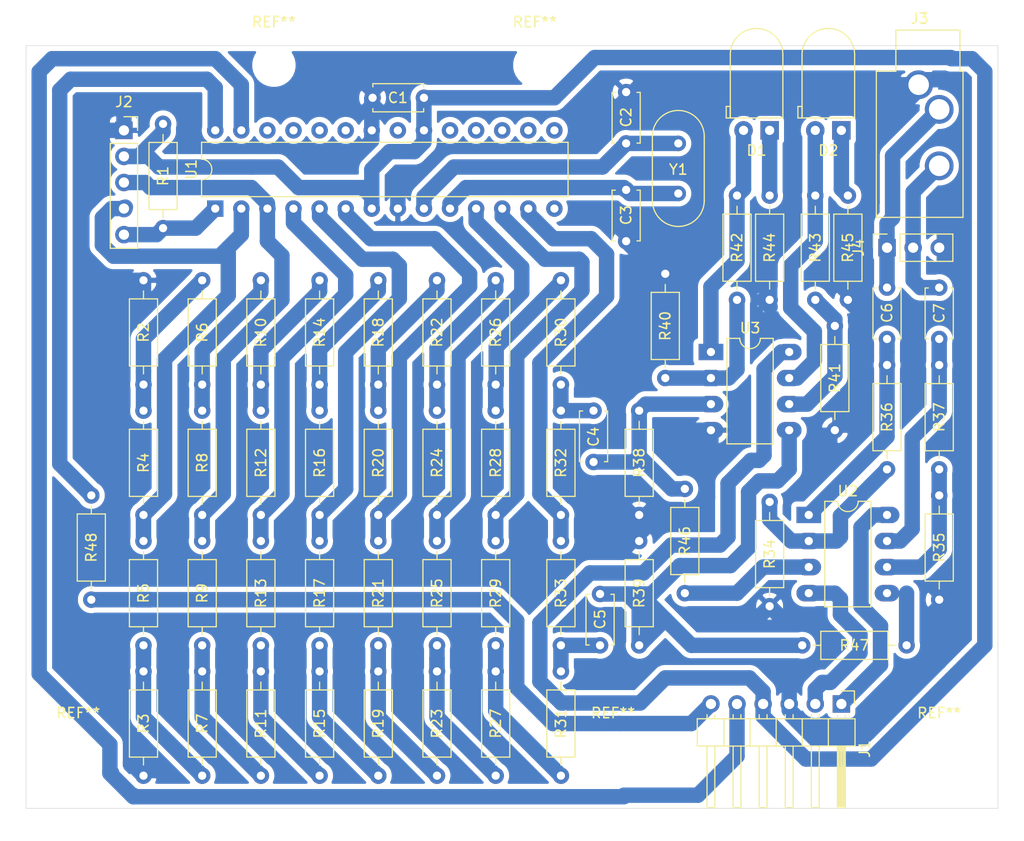
<source format=kicad_pcb>
(kicad_pcb (version 20171130) (host pcbnew 5.1.10)
  (layers (0 F.Cu signal) (31 B.Cu signal) (34 B.Paste user hide) (35 F.Paste user hide) (36 B.SilkS user hide) (37 F.SilkS user) (38 B.Mask user hide) (39 F.Mask user) (44 Edge.Cuts user))
  (net 0 "")
  (net 1 +5V)
  (net 2 GND)
  (net 3 "Net-(C2-Pad1)")
  (net 4 "Net-(C3-Pad2)")
  (net 5 "Net-(C4-Pad1)")
  (net 6 DAC_OUT_L)
  (net 7 DAC_OUT_R)
  (net 8 "Net-(C5-Pad1)")
  (net 9 "Net-(C6-Pad1)")
  (net 10 "Net-(C6-Pad2)")
  (net 11 "Net-(C7-Pad2)")
  (net 12 "Net-(C7-Pad1)")
  (net 13 "Net-(D1-Pad1)")
  (net 14 "Net-(D1-Pad2)")
  (net 15 "Net-(D2-Pad2)")
  (net 16 "Net-(D2-Pad1)")
  (net 17 SDA)
  (net 18 SCL)
  (net 19 -12V)
  (net 20 +12V)
  (net 21 TXD)
  (net 22 RXD)
  (net 23 RESET)
  (net 24 "Net-(R2-Pad1)")
  (net 25 "Net-(R3-Pad1)")
  (net 26 "Net-(R10-Pad2)")
  (net 27 "Net-(R11-Pad2)")
  (net 28 "Net-(R10-Pad1)")
  (net 29 "Net-(R11-Pad1)")
  (net 30 a2)
  (net 31 "Net-(R14-Pad1)")
  (net 32 "Net-(R15-Pad1)")
  (net 33 a3)
  (net 34 "Net-(R18-Pad1)")
  (net 35 "Net-(R19-Pad1)")
  (net 36 a4)
  (net 37 "Net-(R22-Pad1)")
  (net 38 "Net-(R23-Pad1)")
  (net 39 a5)
  (net 40 "Net-(R26-Pad1)")
  (net 41 "Net-(R27-Pad1)")
  (net 42 a6)
  (net 43 a7)
  (net 44 "Net-(R34-Pad2)")
  (net 45 "Net-(R35-Pad2)")
  (net 46 "Net-(R40-Pad1)")
  (net 47 "Net-(R41-Pad1)")
  (net 48 "Net-(U1-Pad15)")
  (net 49 "Net-(U1-Pad16)")
  (net 50 "Net-(U1-Pad17)")
  (net 51 "Net-(U1-Pad18)")
  (net 52 "Net-(U1-Pad19)")
  (net 53 "Net-(U1-Pad21)")
  (net 54 "Net-(U1-Pad23)")
  (net 55 "Net-(U1-Pad24)")
  (net 56 "Net-(U1-Pad25)")
  (net 57 "Net-(U1-Pad26)")
  (net 58 "Net-(U1-Pad14)")
  (net 59 "Net-(R46-Pad2)")
  (net 60 "Net-(R47-Pad2)")
  (net 61 "Net-(J1-Pad6)")
  (module MountingHole:MountingHole_3.2mm_M3 (layer F.Cu) (at 28.575 95.885)
    (fp_text reference REF** (at 0 -4.2) (layer F.SilkS))
    (fp_text value MountingHole_3.2mm_M3)
    (pad 1 np_thru_hole circle (at 0 0) (size 3.2 3.2) (drill 3.2) (layers *.Cu *.Mask))
  )
  (module MountingHole:MountingHole_3.2mm_M3 (layer F.Cu) (at 80.645 95.885)
    (fp_text reference REF** (at 0 -4.2) (layer F.SilkS))
    (fp_text value MountingHole_3.2mm_M3)
    (pad 1 np_thru_hole circle (at 0 0) (size 3.2 3.2) (drill 3.2) (layers *.Cu *.Mask))
  )
  (module MountingHole:MountingHole_3.2mm_M3 (layer F.Cu) (at 112.395 95.885)
    (fp_text reference REF** (at 0 -4.2) (layer F.SilkS))
    (fp_text value MountingHole_3.2mm_M3)
    (pad 1 np_thru_hole circle (at 0 0) (size 3.2 3.2) (drill 3.2) (layers *.Cu *.Mask))
  )
  (module MountingHole:MountingHole_3.2mm_M3 (layer F.Cu) (at 47.625 28.575)
    (fp_text reference REF** (at 0 -4.2) (layer F.SilkS))
    (fp_text value MountingHole_3.2mm_M3)
    (pad 1 np_thru_hole circle (at 0 0) (size 3.2 3.2) (drill 3.2) (layers *.Cu *.Mask))
  )
  (module MountingHole:MountingHole_3.2mm_M3 (layer F.Cu) (at 73.025 28.575)
    (fp_text reference REF** (at 0 -4.2) (layer F.SilkS))
    (fp_text value MountingHole_3.2mm_M3)
    (pad 1 np_thru_hole circle (at 0 0) (size 3.2 3.2) (drill 3.2) (layers *.Cu *.Mask))
  )
  (module Resistor_THT:R_Axial_DIN0207_L6.3mm_D2.5mm_P10.16mm_Horizontal (layer F.Cu) (at 69.215 59.69 90)
    (fp_text reference R26 (at 5.08 0 90) (layer F.SilkS))
    (fp_text value 100K)
    (pad 1 thru_hole circle (at 0 0 90) (size 1.6 1.6) (drill 0.8) (layers *.Cu *.Mask) (net 40 "Net-(R26-Pad1)"))
    (pad 2 thru_hole oval (at 10.16 0 90) (size 1.6 1.6) (drill 0.8) (layers *.Cu *.Mask) (net 37 "Net-(R22-Pad1)"))
  )
  (module Capacitor_THT:C_Disc_D4.7mm_W2.5mm_P5.00mm (layer F.Cu) (at 62.23 31.75 180)
    (fp_text reference C1 (at 2.54 0) (layer F.SilkS))
    (fp_text value 0.1µF)
    (pad 1 thru_hole circle (at 0 0 180) (size 1.6 1.6) (drill 0.8) (layers *.Cu *.Mask) (net 1 +5V))
    (pad 2 thru_hole circle (at 5 0 180) (size 1.6 1.6) (drill 0.8) (layers *.Cu *.Mask) (net 2 GND))
  )
  (module Capacitor_THT:C_Disc_D4.7mm_W2.5mm_P5.00mm (layer F.Cu) (at 81.915 36.195 90)
    (fp_text reference C2 (at 2.54 0 90) (layer F.SilkS))
    (fp_text value 22pF)
    (pad 1 thru_hole circle (at 0 0 90) (size 1.6 1.6) (drill 0.8) (layers *.Cu *.Mask) (net 3 "Net-(C2-Pad1)"))
    (pad 2 thru_hole circle (at 5 0 90) (size 1.6 1.6) (drill 0.8) (layers *.Cu *.Mask) (net 2 GND))
  )
  (module Capacitor_THT:C_Disc_D4.7mm_W2.5mm_P5.00mm (layer F.Cu) (at 81.915 45.72 90)
    (fp_text reference C3 (at 2.54 0 90) (layer F.SilkS))
    (fp_text value 22pF)
    (pad 2 thru_hole circle (at 5 0 90) (size 1.6 1.6) (drill 0.8) (layers *.Cu *.Mask) (net 4 "Net-(C3-Pad2)"))
    (pad 1 thru_hole circle (at 0 0 90) (size 1.6 1.6) (drill 0.8) (layers *.Cu *.Mask) (net 2 GND))
  )
  (module Capacitor_THT:C_Disc_D4.7mm_W2.5mm_P5.00mm (layer F.Cu) (at 78.74 62.23 270)
    (fp_text reference C4 (at 2.54 0 90) (layer F.SilkS))
    (fp_text value 0.1µF)
    (pad 1 thru_hole circle (at 0 0 270) (size 1.6 1.6) (drill 0.8) (layers *.Cu *.Mask) (net 5 "Net-(C4-Pad1)"))
    (pad 2 thru_hole circle (at 5 0 270) (size 1.6 1.6) (drill 0.8) (layers *.Cu *.Mask) (net 6 DAC_OUT_L))
  )
  (module Capacitor_THT:C_Disc_D4.7mm_W2.5mm_P5.00mm (layer F.Cu) (at 79.375 85.09 90)
    (fp_text reference C5 (at 2.54 0 90) (layer F.SilkS))
    (fp_text value 0.1µF)
    (pad 2 thru_hole circle (at 5 0 90) (size 1.6 1.6) (drill 0.8) (layers *.Cu *.Mask) (net 7 DAC_OUT_R))
    (pad 1 thru_hole circle (at 0 0 90) (size 1.6 1.6) (drill 0.8) (layers *.Cu *.Mask) (net 8 "Net-(C5-Pad1)"))
  )
  (module Capacitor_THT:C_Disc_D4.7mm_W2.5mm_P5.00mm (layer F.Cu) (at 107.315 55.245 90)
    (fp_text reference C6 (at 2.54 0 90) (layer F.SilkS))
    (fp_text value 10µF)
    (pad 1 thru_hole circle (at 0 0 90) (size 1.6 1.6) (drill 0.8) (layers *.Cu *.Mask) (net 9 "Net-(C6-Pad1)"))
    (pad 2 thru_hole circle (at 5 0 90) (size 1.6 1.6) (drill 0.8) (layers *.Cu *.Mask) (net 10 "Net-(C6-Pad2)"))
  )
  (module Capacitor_THT:C_Disc_D4.7mm_W2.5mm_P5.00mm (layer F.Cu) (at 112.395 55.245 90)
    (fp_text reference C7 (at 2.5 0 90) (layer F.SilkS))
    (fp_text value 10µF)
    (pad 2 thru_hole circle (at 5 0 90) (size 1.6 1.6) (drill 0.8) (layers *.Cu *.Mask) (net 11 "Net-(C7-Pad2)"))
    (pad 1 thru_hole circle (at 0 0 90) (size 1.6 1.6) (drill 0.8) (layers *.Cu *.Mask) (net 12 "Net-(C7-Pad1)"))
  )
  (module LED_THT:LED_D5.0mm_Horizontal_O1.27mm_Z15.0mm (layer F.Cu) (at 95.885 34.925 180)
    (fp_text reference D1 (at 1.27 -1.96) (layer F.SilkS))
    (fp_text value LED)
    (pad 1 thru_hole rect (at 0 0 180) (size 1.8 1.8) (drill 0.9) (layers *.Cu *.Mask) (net 13 "Net-(D1-Pad1)"))
    (pad 2 thru_hole circle (at 2.54 0 180) (size 1.8 1.8) (drill 0.9) (layers *.Cu *.Mask) (net 14 "Net-(D1-Pad2)"))
  )
  (module LED_THT:LED_D5.0mm_Horizontal_O1.27mm_Z15.0mm (layer F.Cu) (at 102.87 34.925 180)
    (fp_text reference D2 (at 1.27 -1.96) (layer F.SilkS))
    (fp_text value LED)
    (pad 2 thru_hole circle (at 2.54 0 180) (size 1.8 1.8) (drill 0.9) (layers *.Cu *.Mask) (net 15 "Net-(D2-Pad2)"))
    (pad 1 thru_hole rect (at 0 0 180) (size 1.8 1.8) (drill 0.9) (layers *.Cu *.Mask) (net 16 "Net-(D2-Pad1)"))
  )
  (module Connector_PinHeader_2.54mm:PinHeader_1x06_P2.54mm_Horizontal (layer F.Cu) (at 102.87 90.805 270)
    (fp_text reference J1 (at 4.385 -2.27 90) (layer F.SilkS))
    (fp_text value Conn)
    (pad 1 thru_hole rect (at 0 0 270) (size 1.7 1.7) (drill 1) (layers *.Cu *.Mask) (net 20 +12V))
    (pad 2 thru_hole oval (at 0 2.54 270) (size 1.7 1.7) (drill 1) (layers *.Cu *.Mask) (net 19 -12V))
    (pad 3 thru_hole oval (at 0 5.08 270) (size 1.7 1.7) (drill 1) (layers *.Cu *.Mask) (net 2 GND))
    (pad 4 thru_hole oval (at 0 7.62 270) (size 1.7 1.7) (drill 1) (layers *.Cu *.Mask) (net 1 +5V))
    (pad 5 thru_hole oval (at 0 10.16 270) (size 1.7 1.7) (drill 1) (layers *.Cu *.Mask) (net 17 SDA))
    (pad 6 thru_hole oval (at 0 12.7 270) (size 1.7 1.7) (drill 1) (layers *.Cu *.Mask) (net 61 "Net-(J1-Pad6)"))
  )
  (module Connector_PinSocket_2.54mm:PinSocket_1x05_P2.54mm_Vertical (layer F.Cu) (at 33.02 34.925)
    (fp_text reference J2 (at 0 -2.77) (layer F.SilkS))
    (fp_text value Debug)
    (pad 1 thru_hole rect (at 0 0) (size 1.7 1.7) (drill 1) (layers *.Cu *.Mask) (net 2 GND))
    (pad 2 thru_hole oval (at 0 2.54) (size 1.7 1.7) (drill 1) (layers *.Cu *.Mask) (net 1 +5V))
    (pad 3 thru_hole oval (at 0 5.08) (size 1.7 1.7) (drill 1) (layers *.Cu *.Mask) (net 21 TXD))
    (pad 4 thru_hole oval (at 0 7.62) (size 1.7 1.7) (drill 1) (layers *.Cu *.Mask) (net 22 RXD))
    (pad 5 thru_hole oval (at 0 10.16) (size 1.7 1.7) (drill 1) (layers *.Cu *.Mask) (net 23 RESET))
  )
  (module Connector_Audio:Jack_3.5mm_CUI_SJ1-3533NG_Horizontal_CircularHoles (layer F.Cu) (at 110.395 30.48)
    (fp_text reference J3 (at 0.1 -6.45) (layer F.SilkS))
    (fp_text value AudioJack3)
    (pad S thru_hole circle (at 0 0) (size 2.8 2.8) (drill 2) (layers *.Cu *.Mask) (net 2 GND))
    (pad T thru_hole circle (at 2 2.4) (size 2.8 2.8) (drill 2) (layers *.Cu *.Mask) (net 10 "Net-(C6-Pad2)"))
    (pad R thru_hole circle (at 2 7.9) (size 2.8 2.8) (drill 2) (layers *.Cu *.Mask) (net 11 "Net-(C7-Pad2)"))
  )
  (module Resistor_THT:R_Axial_DIN0207_L6.3mm_D2.5mm_P10.16mm_Horizontal (layer F.Cu) (at 36.83 34.29 270)
    (fp_text reference R1 (at 5.08 0 90) (layer F.SilkS))
    (fp_text value 1K)
    (pad 1 thru_hole circle (at 0 0 270) (size 1.6 1.6) (drill 0.8) (layers *.Cu *.Mask) (net 1 +5V))
    (pad 2 thru_hole oval (at 10.16 0 270) (size 1.6 1.6) (drill 0.8) (layers *.Cu *.Mask) (net 23 RESET))
  )
  (module Resistor_THT:R_Axial_DIN0207_L6.3mm_D2.5mm_P10.16mm_Horizontal (layer F.Cu) (at 34.925 59.69 90)
    (fp_text reference R2 (at 5.08 0 90) (layer F.SilkS))
    (fp_text value 200K)
    (pad 2 thru_hole oval (at 10.16 0 90) (size 1.6 1.6) (drill 0.8) (layers *.Cu *.Mask) (net 2 GND))
    (pad 1 thru_hole circle (at 0 0 90) (size 1.6 1.6) (drill 0.8) (layers *.Cu *.Mask) (net 24 "Net-(R2-Pad1)"))
  )
  (module Resistor_THT:R_Axial_DIN0207_L6.3mm_D2.5mm_P10.16mm_Horizontal (layer F.Cu) (at 34.925 87.63 270)
    (fp_text reference R3 (at 5.08 0 90) (layer F.SilkS))
    (fp_text value 200K)
    (pad 1 thru_hole circle (at 0 0 270) (size 1.6 1.6) (drill 0.8) (layers *.Cu *.Mask) (net 25 "Net-(R3-Pad1)"))
    (pad 2 thru_hole oval (at 10.16 0 270) (size 1.6 1.6) (drill 0.8) (layers *.Cu *.Mask) (net 2 GND))
  )
  (module Resistor_THT:R_Axial_DIN0207_L6.3mm_D2.5mm_P10.16mm_Horizontal (layer F.Cu) (at 34.925 72.39 90)
    (fp_text reference R4 (at 5.08 0 90) (layer F.SilkS))
    (fp_text value 200K)
    (pad 1 thru_hole circle (at 0 0 90) (size 1.6 1.6) (drill 0.8) (layers *.Cu *.Mask) (net 22 RXD))
    (pad 2 thru_hole oval (at 10.16 0 90) (size 1.6 1.6) (drill 0.8) (layers *.Cu *.Mask) (net 24 "Net-(R2-Pad1)"))
  )
  (module Resistor_THT:R_Axial_DIN0207_L6.3mm_D2.5mm_P10.16mm_Horizontal (layer F.Cu) (at 34.925 85.09 90)
    (fp_text reference R5 (at 5.08 0 90) (layer F.SilkS))
    (fp_text value 200K)
    (pad 2 thru_hole oval (at 10.16 0 90) (size 1.6 1.6) (drill 0.8) (layers *.Cu *.Mask) (net 22 RXD))
    (pad 1 thru_hole circle (at 0 0 90) (size 1.6 1.6) (drill 0.8) (layers *.Cu *.Mask) (net 25 "Net-(R3-Pad1)"))
  )
  (module Resistor_THT:R_Axial_DIN0207_L6.3mm_D2.5mm_P10.16mm_Horizontal (layer F.Cu) (at 40.64 59.69 90)
    (fp_text reference R6 (at 5.08 0 90) (layer F.SilkS))
    (fp_text value 100K)
    (pad 2 thru_hole oval (at 10.16 0 90) (size 1.6 1.6) (drill 0.8) (layers *.Cu *.Mask) (net 24 "Net-(R2-Pad1)"))
    (pad 1 thru_hole circle (at 0 0 90) (size 1.6 1.6) (drill 0.8) (layers *.Cu *.Mask) (net 26 "Net-(R10-Pad2)"))
  )
  (module Resistor_THT:R_Axial_DIN0207_L6.3mm_D2.5mm_P10.16mm_Horizontal (layer F.Cu) (at 40.64 87.63 270)
    (fp_text reference R7 (at 5.08 0 90) (layer F.SilkS))
    (fp_text value 100K)
    (pad 2 thru_hole oval (at 10.16 0 270) (size 1.6 1.6) (drill 0.8) (layers *.Cu *.Mask) (net 25 "Net-(R3-Pad1)"))
    (pad 1 thru_hole circle (at 0 0 270) (size 1.6 1.6) (drill 0.8) (layers *.Cu *.Mask) (net 27 "Net-(R11-Pad2)"))
  )
  (module Resistor_THT:R_Axial_DIN0207_L6.3mm_D2.5mm_P10.16mm_Horizontal (layer F.Cu) (at 40.64 72.39 90)
    (fp_text reference R8 (at 5.08 0 90) (layer F.SilkS))
    (fp_text value 200K)
    (pad 2 thru_hole oval (at 10.16 0 90) (size 1.6 1.6) (drill 0.8) (layers *.Cu *.Mask) (net 26 "Net-(R10-Pad2)"))
    (pad 1 thru_hole circle (at 0 0 90) (size 1.6 1.6) (drill 0.8) (layers *.Cu *.Mask) (net 21 TXD))
  )
  (module Resistor_THT:R_Axial_DIN0207_L6.3mm_D2.5mm_P10.16mm_Horizontal (layer F.Cu) (at 40.64 85.09 90)
    (fp_text reference R9 (at 5.08 0 90) (layer F.SilkS))
    (fp_text value 200K)
    (pad 1 thru_hole circle (at 0 0 90) (size 1.6 1.6) (drill 0.8) (layers *.Cu *.Mask) (net 27 "Net-(R11-Pad2)"))
    (pad 2 thru_hole oval (at 10.16 0 90) (size 1.6 1.6) (drill 0.8) (layers *.Cu *.Mask) (net 21 TXD))
  )
  (module Resistor_THT:R_Axial_DIN0207_L6.3mm_D2.5mm_P10.16mm_Horizontal (layer F.Cu) (at 46.355 59.69 90)
    (fp_text reference R10 (at 5.08 0 90) (layer F.SilkS))
    (fp_text value 100K)
    (pad 1 thru_hole circle (at 0 0 90) (size 1.6 1.6) (drill 0.8) (layers *.Cu *.Mask) (net 28 "Net-(R10-Pad1)"))
    (pad 2 thru_hole oval (at 10.16 0 90) (size 1.6 1.6) (drill 0.8) (layers *.Cu *.Mask) (net 26 "Net-(R10-Pad2)"))
  )
  (module Resistor_THT:R_Axial_DIN0207_L6.3mm_D2.5mm_P10.16mm_Horizontal (layer F.Cu) (at 46.355 87.63 270)
    (fp_text reference R11 (at 5.08 0 90) (layer F.SilkS))
    (fp_text value 100K)
    (pad 1 thru_hole circle (at 0 0 270) (size 1.6 1.6) (drill 0.8) (layers *.Cu *.Mask) (net 29 "Net-(R11-Pad1)"))
    (pad 2 thru_hole oval (at 10.16 0 270) (size 1.6 1.6) (drill 0.8) (layers *.Cu *.Mask) (net 27 "Net-(R11-Pad2)"))
  )
  (module Resistor_THT:R_Axial_DIN0207_L6.3mm_D2.5mm_P10.16mm_Horizontal (layer F.Cu) (at 46.355 72.39 90)
    (fp_text reference R12 (at 5.08 0 90) (layer F.SilkS))
    (fp_text value 200K)
    (pad 1 thru_hole circle (at 0 0 90) (size 1.6 1.6) (drill 0.8) (layers *.Cu *.Mask) (net 30 a2))
    (pad 2 thru_hole oval (at 10.16 0 90) (size 1.6 1.6) (drill 0.8) (layers *.Cu *.Mask) (net 28 "Net-(R10-Pad1)"))
  )
  (module Resistor_THT:R_Axial_DIN0207_L6.3mm_D2.5mm_P10.16mm_Horizontal (layer F.Cu) (at 46.355 85.09 90)
    (fp_text reference R13 (at 5.08 0 90) (layer F.SilkS))
    (fp_text value 200K)
    (pad 1 thru_hole circle (at 0 0 90) (size 1.6 1.6) (drill 0.8) (layers *.Cu *.Mask) (net 29 "Net-(R11-Pad1)"))
    (pad 2 thru_hole oval (at 10.16 0 90) (size 1.6 1.6) (drill 0.8) (layers *.Cu *.Mask) (net 30 a2))
  )
  (module Resistor_THT:R_Axial_DIN0207_L6.3mm_D2.5mm_P10.16mm_Horizontal (layer F.Cu) (at 52.07 59.69 90)
    (fp_text reference R14 (at 5.08 0 90) (layer F.SilkS))
    (fp_text value 100K)
    (pad 2 thru_hole oval (at 10.16 0 90) (size 1.6 1.6) (drill 0.8) (layers *.Cu *.Mask) (net 28 "Net-(R10-Pad1)"))
    (pad 1 thru_hole circle (at 0 0 90) (size 1.6 1.6) (drill 0.8) (layers *.Cu *.Mask) (net 31 "Net-(R14-Pad1)"))
  )
  (module Resistor_THT:R_Axial_DIN0207_L6.3mm_D2.5mm_P10.16mm_Horizontal (layer F.Cu) (at 52.07 87.63 270)
    (fp_text reference R15 (at 5.08 0 90) (layer F.SilkS))
    (fp_text value 100K)
    (pad 2 thru_hole oval (at 10.16 0 270) (size 1.6 1.6) (drill 0.8) (layers *.Cu *.Mask) (net 29 "Net-(R11-Pad1)"))
    (pad 1 thru_hole circle (at 0 0 270) (size 1.6 1.6) (drill 0.8) (layers *.Cu *.Mask) (net 32 "Net-(R15-Pad1)"))
  )
  (module Resistor_THT:R_Axial_DIN0207_L6.3mm_D2.5mm_P10.16mm_Horizontal (layer F.Cu) (at 52.07 72.39 90)
    (fp_text reference R16 (at 5.08 0 90) (layer F.SilkS))
    (fp_text value 200K)
    (pad 2 thru_hole oval (at 10.16 0 90) (size 1.6 1.6) (drill 0.8) (layers *.Cu *.Mask) (net 31 "Net-(R14-Pad1)"))
    (pad 1 thru_hole circle (at 0 0 90) (size 1.6 1.6) (drill 0.8) (layers *.Cu *.Mask) (net 33 a3))
  )
  (module Resistor_THT:R_Axial_DIN0207_L6.3mm_D2.5mm_P10.16mm_Horizontal (layer F.Cu) (at 52.07 85.09 90)
    (fp_text reference R17 (at 5.08 0 90) (layer F.SilkS))
    (fp_text value 200K)
    (pad 2 thru_hole oval (at 10.16 0 90) (size 1.6 1.6) (drill 0.8) (layers *.Cu *.Mask) (net 33 a3))
    (pad 1 thru_hole circle (at 0 0 90) (size 1.6 1.6) (drill 0.8) (layers *.Cu *.Mask) (net 32 "Net-(R15-Pad1)"))
  )
  (module Resistor_THT:R_Axial_DIN0207_L6.3mm_D2.5mm_P10.16mm_Horizontal (layer F.Cu) (at 57.785 59.69 90)
    (fp_text reference R18 (at 5.08 0 90) (layer F.SilkS))
    (fp_text value 100K)
    (pad 1 thru_hole circle (at 0 0 90) (size 1.6 1.6) (drill 0.8) (layers *.Cu *.Mask) (net 34 "Net-(R18-Pad1)"))
    (pad 2 thru_hole oval (at 10.16 0 90) (size 1.6 1.6) (drill 0.8) (layers *.Cu *.Mask) (net 31 "Net-(R14-Pad1)"))
  )
  (module Resistor_THT:R_Axial_DIN0207_L6.3mm_D2.5mm_P10.16mm_Horizontal (layer F.Cu) (at 57.785 87.63 270)
    (fp_text reference R19 (at 5.08 0 90) (layer F.SilkS))
    (fp_text value 100K)
    (pad 1 thru_hole circle (at 0 0 270) (size 1.6 1.6) (drill 0.8) (layers *.Cu *.Mask) (net 35 "Net-(R19-Pad1)"))
    (pad 2 thru_hole oval (at 10.16 0 270) (size 1.6 1.6) (drill 0.8) (layers *.Cu *.Mask) (net 32 "Net-(R15-Pad1)"))
  )
  (module Resistor_THT:R_Axial_DIN0207_L6.3mm_D2.5mm_P10.16mm_Horizontal (layer F.Cu) (at 57.785 72.39 90)
    (fp_text reference R20 (at 5.08 0 90) (layer F.SilkS))
    (fp_text value 200K)
    (pad 2 thru_hole oval (at 10.16 0 90) (size 1.6 1.6) (drill 0.8) (layers *.Cu *.Mask) (net 34 "Net-(R18-Pad1)"))
    (pad 1 thru_hole circle (at 0 0 90) (size 1.6 1.6) (drill 0.8) (layers *.Cu *.Mask) (net 36 a4))
  )
  (module Resistor_THT:R_Axial_DIN0207_L6.3mm_D2.5mm_P10.16mm_Horizontal (layer F.Cu) (at 57.785 85.09 90)
    (fp_text reference R21 (at 5.08 0 90) (layer F.SilkS))
    (fp_text value 200K)
    (pad 1 thru_hole circle (at 0 0 90) (size 1.6 1.6) (drill 0.8) (layers *.Cu *.Mask) (net 35 "Net-(R19-Pad1)"))
    (pad 2 thru_hole oval (at 10.16 0 90) (size 1.6 1.6) (drill 0.8) (layers *.Cu *.Mask) (net 36 a4))
  )
  (module Resistor_THT:R_Axial_DIN0207_L6.3mm_D2.5mm_P10.16mm_Horizontal (layer F.Cu) (at 63.5 59.69 90)
    (fp_text reference R22 (at 5.08 0 90) (layer F.SilkS))
    (fp_text value 100K)
    (pad 2 thru_hole oval (at 10.16 0 90) (size 1.6 1.6) (drill 0.8) (layers *.Cu *.Mask) (net 34 "Net-(R18-Pad1)"))
    (pad 1 thru_hole circle (at 0 0 90) (size 1.6 1.6) (drill 0.8) (layers *.Cu *.Mask) (net 37 "Net-(R22-Pad1)"))
  )
  (module Resistor_THT:R_Axial_DIN0207_L6.3mm_D2.5mm_P10.16mm_Horizontal (layer F.Cu) (at 63.5 87.63 270)
    (fp_text reference R23 (at 5.08 0 90) (layer F.SilkS))
    (fp_text value 100K)
    (pad 2 thru_hole oval (at 10.16 0 270) (size 1.6 1.6) (drill 0.8) (layers *.Cu *.Mask) (net 35 "Net-(R19-Pad1)"))
    (pad 1 thru_hole circle (at 0 0 270) (size 1.6 1.6) (drill 0.8) (layers *.Cu *.Mask) (net 38 "Net-(R23-Pad1)"))
  )
  (module Resistor_THT:R_Axial_DIN0207_L6.3mm_D2.5mm_P10.16mm_Horizontal (layer F.Cu) (at 63.5 72.39 90)
    (fp_text reference R24 (at 5.08 0 90) (layer F.SilkS))
    (fp_text value 200K)
    (pad 1 thru_hole circle (at 0 0 90) (size 1.6 1.6) (drill 0.8) (layers *.Cu *.Mask) (net 39 a5))
    (pad 2 thru_hole oval (at 10.16 0 90) (size 1.6 1.6) (drill 0.8) (layers *.Cu *.Mask) (net 37 "Net-(R22-Pad1)"))
  )
  (module Resistor_THT:R_Axial_DIN0207_L6.3mm_D2.5mm_P10.16mm_Horizontal (layer F.Cu) (at 63.5 85.09 90)
    (fp_text reference R25 (at 5.08 0 90) (layer F.SilkS))
    (fp_text value 200K)
    (pad 2 thru_hole oval (at 10.16 0 90) (size 1.6 1.6) (drill 0.8) (layers *.Cu *.Mask) (net 39 a5))
    (pad 1 thru_hole circle (at 0 0 90) (size 1.6 1.6) (drill 0.8) (layers *.Cu *.Mask) (net 38 "Net-(R23-Pad1)"))
  )
  (module Resistor_THT:R_Axial_DIN0207_L6.3mm_D2.5mm_P10.16mm_Horizontal (layer F.Cu) (at 69.215 87.63 270)
    (fp_text reference R27 (at 5.08 0 90) (layer F.SilkS))
    (fp_text value 100K)
    (pad 2 thru_hole oval (at 10.16 0 270) (size 1.6 1.6) (drill 0.8) (layers *.Cu *.Mask) (net 38 "Net-(R23-Pad1)"))
    (pad 1 thru_hole circle (at 0 0 270) (size 1.6 1.6) (drill 0.8) (layers *.Cu *.Mask) (net 41 "Net-(R27-Pad1)"))
  )
  (module Resistor_THT:R_Axial_DIN0207_L6.3mm_D2.5mm_P10.16mm_Horizontal (layer F.Cu) (at 69.215 72.39 90)
    (fp_text reference R28 (at 5.08 0 90) (layer F.SilkS))
    (fp_text value 200K)
    (pad 1 thru_hole circle (at 0 0 90) (size 1.6 1.6) (drill 0.8) (layers *.Cu *.Mask) (net 42 a6))
    (pad 2 thru_hole oval (at 10.16 0 90) (size 1.6 1.6) (drill 0.8) (layers *.Cu *.Mask) (net 40 "Net-(R26-Pad1)"))
  )
  (module Resistor_THT:R_Axial_DIN0207_L6.3mm_D2.5mm_P10.16mm_Horizontal (layer F.Cu) (at 69.215 85.09 90)
    (fp_text reference R29 (at 5.08 0 90) (layer F.SilkS))
    (fp_text value 200K)
    (pad 1 thru_hole circle (at 0 0 90) (size 1.6 1.6) (drill 0.8) (layers *.Cu *.Mask) (net 41 "Net-(R27-Pad1)"))
    (pad 2 thru_hole oval (at 10.16 0 90) (size 1.6 1.6) (drill 0.8) (layers *.Cu *.Mask) (net 42 a6))
  )
  (module Resistor_THT:R_Axial_DIN0207_L6.3mm_D2.5mm_P10.16mm_Horizontal (layer F.Cu) (at 75.565 59.69 90)
    (fp_text reference R30 (at 5.08 0 90) (layer F.SilkS))
    (fp_text value 100K)
    (pad 1 thru_hole circle (at 0 0 90) (size 1.6 1.6) (drill 0.8) (layers *.Cu *.Mask) (net 5 "Net-(C4-Pad1)"))
    (pad 2 thru_hole oval (at 10.16 0 90) (size 1.6 1.6) (drill 0.8) (layers *.Cu *.Mask) (net 40 "Net-(R26-Pad1)"))
  )
  (module Resistor_THT:R_Axial_DIN0207_L6.3mm_D2.5mm_P10.16mm_Horizontal (layer F.Cu) (at 75.565 87.63 270)
    (fp_text reference R31 (at 5.08 0 90) (layer F.SilkS))
    (fp_text value 100K)
    (pad 1 thru_hole circle (at 0 0 270) (size 1.6 1.6) (drill 0.8) (layers *.Cu *.Mask) (net 8 "Net-(C5-Pad1)"))
    (pad 2 thru_hole oval (at 10.16 0 270) (size 1.6 1.6) (drill 0.8) (layers *.Cu *.Mask) (net 41 "Net-(R27-Pad1)"))
  )
  (module Resistor_THT:R_Axial_DIN0207_L6.3mm_D2.5mm_P10.16mm_Horizontal (layer F.Cu) (at 75.565 72.39 90)
    (fp_text reference R32 (at 5.08 0 90) (layer F.SilkS))
    (fp_text value 200K)
    (pad 2 thru_hole oval (at 10.16 0 90) (size 1.6 1.6) (drill 0.8) (layers *.Cu *.Mask) (net 5 "Net-(C4-Pad1)"))
    (pad 1 thru_hole circle (at 0 0 90) (size 1.6 1.6) (drill 0.8) (layers *.Cu *.Mask) (net 43 a7))
  )
  (module Resistor_THT:R_Axial_DIN0207_L6.3mm_D2.5mm_P10.16mm_Horizontal (layer F.Cu) (at 75.565 85.09 90)
    (fp_text reference R33 (at 5.08 0 90) (layer F.SilkS))
    (fp_text value 200K)
    (pad 2 thru_hole oval (at 10.16 0 90) (size 1.6 1.6) (drill 0.8) (layers *.Cu *.Mask) (net 43 a7))
    (pad 1 thru_hole circle (at 0 0 90) (size 1.6 1.6) (drill 0.8) (layers *.Cu *.Mask) (net 8 "Net-(C5-Pad1)"))
  )
  (module Resistor_THT:R_Axial_DIN0207_L6.3mm_D2.5mm_P10.16mm_Horizontal (layer F.Cu) (at 95.885 81.28 90)
    (fp_text reference R34 (at 5.08 0 90) (layer F.SilkS))
    (fp_text value 10K)
    (pad 1 thru_hole circle (at 0 0 90) (size 1.6 1.6) (drill 0.8) (layers *.Cu *.Mask) (net 2 GND))
    (pad 2 thru_hole oval (at 10.16 0 90) (size 1.6 1.6) (drill 0.8) (layers *.Cu *.Mask) (net 44 "Net-(R34-Pad2)"))
  )
  (module Resistor_THT:R_Axial_DIN0207_L6.3mm_D2.5mm_P10.16mm_Horizontal (layer F.Cu) (at 112.395 80.645 90)
    (fp_text reference R35 (at 5.08 0 90) (layer F.SilkS))
    (fp_text value 18K)
    (pad 2 thru_hole oval (at 10.16 0 90) (size 1.6 1.6) (drill 0.8) (layers *.Cu *.Mask) (net 45 "Net-(R35-Pad2)"))
    (pad 1 thru_hole circle (at 0 0 90) (size 1.6 1.6) (drill 0.8) (layers *.Cu *.Mask) (net 2 GND))
  )
  (module Resistor_THT:R_Axial_DIN0207_L6.3mm_D2.5mm_P10.16mm_Horizontal (layer F.Cu) (at 107.315 57.785 270)
    (fp_text reference R36 (at 5.08 0 90) (layer F.SilkS))
    (fp_text value 68k)
    (pad 1 thru_hole circle (at 0 0 270) (size 1.6 1.6) (drill 0.8) (layers *.Cu *.Mask) (net 9 "Net-(C6-Pad1)"))
    (pad 2 thru_hole oval (at 10.16 0 270) (size 1.6 1.6) (drill 0.8) (layers *.Cu *.Mask) (net 44 "Net-(R34-Pad2)"))
  )
  (module Resistor_THT:R_Axial_DIN0207_L6.3mm_D2.5mm_P10.16mm_Horizontal (layer F.Cu) (at 112.395 57.785 270)
    (fp_text reference R37 (at 5.08 0 90) (layer F.SilkS))
    (fp_text value 68K)
    (pad 2 thru_hole oval (at 10.16 0 270) (size 1.6 1.6) (drill 0.8) (layers *.Cu *.Mask) (net 45 "Net-(R35-Pad2)"))
    (pad 1 thru_hole circle (at 0 0 270) (size 1.6 1.6) (drill 0.8) (layers *.Cu *.Mask) (net 12 "Net-(C7-Pad1)"))
  )
  (module Resistor_THT:R_Axial_DIN0207_L6.3mm_D2.5mm_P10.16mm_Horizontal (layer F.Cu) (at 83.185 72.39 90)
    (fp_text reference R38 (at 5.08 0 90) (layer F.SilkS))
    (fp_text value 1M)
    (pad 2 thru_hole oval (at 10.16 0 90) (size 1.6 1.6) (drill 0.8) (layers *.Cu *.Mask) (net 6 DAC_OUT_L))
    (pad 1 thru_hole circle (at 0 0 90) (size 1.6 1.6) (drill 0.8) (layers *.Cu *.Mask) (net 2 GND))
  )
  (module Resistor_THT:R_Axial_DIN0207_L6.3mm_D2.5mm_P10.16mm_Horizontal (layer F.Cu) (at 83.185 74.93 270)
    (fp_text reference R39 (at 5.08 0 90) (layer F.SilkS))
    (fp_text value 1M)
    (pad 1 thru_hole circle (at 0 0 270) (size 1.6 1.6) (drill 0.8) (layers *.Cu *.Mask) (net 2 GND))
    (pad 2 thru_hole oval (at 10.16 0 270) (size 1.6 1.6) (drill 0.8) (layers *.Cu *.Mask) (net 7 DAC_OUT_R))
  )
  (module Resistor_THT:R_Axial_DIN0207_L6.3mm_D2.5mm_P10.16mm_Horizontal (layer F.Cu) (at 85.725 59.055 90)
    (fp_text reference R40 (at 5.08 0 90) (layer F.SilkS))
    (fp_text value 100K)
    (pad 2 thru_hole oval (at 10.16 0 90) (size 1.6 1.6) (drill 0.8) (layers *.Cu *.Mask) (net 2 GND))
    (pad 1 thru_hole circle (at 0 0 90) (size 1.6 1.6) (drill 0.8) (layers *.Cu *.Mask) (net 46 "Net-(R40-Pad1)"))
  )
  (module Resistor_THT:R_Axial_DIN0207_L6.3mm_D2.5mm_P10.16mm_Horizontal (layer F.Cu) (at 102.235 53.975 270)
    (fp_text reference R41 (at 5.08 0 90) (layer F.SilkS))
    (fp_text value 100K)
    (pad 1 thru_hole circle (at 0 0 270) (size 1.6 1.6) (drill 0.8) (layers *.Cu *.Mask) (net 47 "Net-(R41-Pad1)"))
    (pad 2 thru_hole oval (at 10.16 0 270) (size 1.6 1.6) (drill 0.8) (layers *.Cu *.Mask) (net 2 GND))
  )
  (module Resistor_THT:R_Axial_DIN0207_L6.3mm_D2.5mm_P10.16mm_Horizontal (layer F.Cu) (at 92.71 41.275 270)
    (fp_text reference R42 (at 5.08 0 90) (layer F.SilkS))
    (fp_text value 100K)
    (pad 1 thru_hole circle (at 0 0 270) (size 1.6 1.6) (drill 0.8) (layers *.Cu *.Mask) (net 14 "Net-(D1-Pad2)"))
    (pad 2 thru_hole oval (at 10.16 0 270) (size 1.6 1.6) (drill 0.8) (layers *.Cu *.Mask) (net 46 "Net-(R40-Pad1)"))
  )
  (module Resistor_THT:R_Axial_DIN0207_L6.3mm_D2.5mm_P10.16mm_Horizontal (layer F.Cu) (at 100.33 41.275 270)
    (fp_text reference R43 (at 5.08 0 90) (layer F.SilkS))
    (fp_text value 100K)
    (pad 2 thru_hole oval (at 10.16 0 270) (size 1.6 1.6) (drill 0.8) (layers *.Cu *.Mask) (net 47 "Net-(R41-Pad1)"))
    (pad 1 thru_hole circle (at 0 0 270) (size 1.6 1.6) (drill 0.8) (layers *.Cu *.Mask) (net 15 "Net-(D2-Pad2)"))
  )
  (module Resistor_THT:R_Axial_DIN0207_L6.3mm_D2.5mm_P10.16mm_Horizontal (layer F.Cu) (at 95.885 51.435 90)
    (fp_text reference R44 (at 5.08 0 90) (layer F.SilkS))
    (fp_text value 330)
    (pad 2 thru_hole oval (at 10.16 0 90) (size 1.6 1.6) (drill 0.8) (layers *.Cu *.Mask) (net 13 "Net-(D1-Pad1)"))
    (pad 1 thru_hole circle (at 0 0 90) (size 1.6 1.6) (drill 0.8) (layers *.Cu *.Mask) (net 2 GND))
  )
  (module Resistor_THT:R_Axial_DIN0207_L6.3mm_D2.5mm_P10.16mm_Horizontal (layer F.Cu) (at 103.505 51.435 90)
    (fp_text reference R45 (at 5.08 0 90) (layer F.SilkS))
    (fp_text value 330)
    (pad 1 thru_hole circle (at 0 0 90) (size 1.6 1.6) (drill 0.8) (layers *.Cu *.Mask) (net 2 GND))
    (pad 2 thru_hole oval (at 10.16 0 90) (size 1.6 1.6) (drill 0.8) (layers *.Cu *.Mask) (net 16 "Net-(D2-Pad1)"))
  )
  (module Package_DIP:DIP-28_W7.62mm (layer F.Cu) (at 41.91 42.545 90)
    (fp_text reference U1 (at 3.81 -2.33 90) (layer F.SilkS))
    (fp_text value ATmega328P-PU)
    (pad 1 thru_hole rect (at 0 0 90) (size 1.6 1.6) (drill 0.8) (layers *.Cu *.Mask) (net 23 RESET))
    (pad 15 thru_hole oval (at 7.62 33.02 90) (size 1.6 1.6) (drill 0.8) (layers *.Cu *.Mask) (net 48 "Net-(U1-Pad15)"))
    (pad 2 thru_hole oval (at 0 2.54 90) (size 1.6 1.6) (drill 0.8) (layers *.Cu *.Mask) (net 22 RXD))
    (pad 16 thru_hole oval (at 7.62 30.48 90) (size 1.6 1.6) (drill 0.8) (layers *.Cu *.Mask) (net 49 "Net-(U1-Pad16)"))
    (pad 3 thru_hole oval (at 0 5.08 90) (size 1.6 1.6) (drill 0.8) (layers *.Cu *.Mask) (net 21 TXD))
    (pad 17 thru_hole oval (at 7.62 27.94 90) (size 1.6 1.6) (drill 0.8) (layers *.Cu *.Mask) (net 50 "Net-(U1-Pad17)"))
    (pad 4 thru_hole oval (at 0 7.62 90) (size 1.6 1.6) (drill 0.8) (layers *.Cu *.Mask) (net 30 a2))
    (pad 18 thru_hole oval (at 7.62 25.4 90) (size 1.6 1.6) (drill 0.8) (layers *.Cu *.Mask) (net 51 "Net-(U1-Pad18)"))
    (pad 5 thru_hole oval (at 0 10.16 90) (size 1.6 1.6) (drill 0.8) (layers *.Cu *.Mask) (net 33 a3))
    (pad 19 thru_hole oval (at 7.62 22.86 90) (size 1.6 1.6) (drill 0.8) (layers *.Cu *.Mask) (net 52 "Net-(U1-Pad19)"))
    (pad 6 thru_hole oval (at 0 12.7 90) (size 1.6 1.6) (drill 0.8) (layers *.Cu *.Mask) (net 36 a4))
    (pad 20 thru_hole oval (at 7.62 20.32 90) (size 1.6 1.6) (drill 0.8) (layers *.Cu *.Mask) (net 1 +5V))
    (pad 7 thru_hole oval (at 0 15.24 90) (size 1.6 1.6) (drill 0.8) (layers *.Cu *.Mask) (net 1 +5V))
    (pad 21 thru_hole oval (at 7.62 17.78 90) (size 1.6 1.6) (drill 0.8) (layers *.Cu *.Mask) (net 53 "Net-(U1-Pad21)"))
    (pad 8 thru_hole oval (at 0 17.78 90) (size 1.6 1.6) (drill 0.8) (layers *.Cu *.Mask) (net 2 GND))
    (pad 22 thru_hole oval (at 7.62 15.24 90) (size 1.6 1.6) (drill 0.8) (layers *.Cu *.Mask) (net 2 GND))
    (pad 9 thru_hole oval (at 0 20.32 90) (size 1.6 1.6) (drill 0.8) (layers *.Cu *.Mask) (net 3 "Net-(C2-Pad1)"))
    (pad 23 thru_hole oval (at 7.62 12.7 90) (size 1.6 1.6) (drill 0.8) (layers *.Cu *.Mask) (net 54 "Net-(U1-Pad23)"))
    (pad 10 thru_hole oval (at 0 22.86 90) (size 1.6 1.6) (drill 0.8) (layers *.Cu *.Mask) (net 4 "Net-(C3-Pad2)"))
    (pad 24 thru_hole oval (at 7.62 10.16 90) (size 1.6 1.6) (drill 0.8) (layers *.Cu *.Mask) (net 55 "Net-(U1-Pad24)"))
    (pad 11 thru_hole oval (at 0 25.4 90) (size 1.6 1.6) (drill 0.8) (layers *.Cu *.Mask) (net 39 a5))
    (pad 25 thru_hole oval (at 7.62 7.62 90) (size 1.6 1.6) (drill 0.8) (layers *.Cu *.Mask) (net 56 "Net-(U1-Pad25)"))
    (pad 12 thru_hole oval (at 0 27.94 90) (size 1.6 1.6) (drill 0.8) (layers *.Cu *.Mask) (net 42 a6))
    (pad 26 thru_hole oval (at 7.62 5.08 90) (size 1.6 1.6) (drill 0.8) (layers *.Cu *.Mask) (net 57 "Net-(U1-Pad26)"))
    (pad 13 thru_hole oval (at 0 30.48 90) (size 1.6 1.6) (drill 0.8) (layers *.Cu *.Mask) (net 43 a7))
    (pad 27 thru_hole oval (at 7.62 2.54 90) (size 1.6 1.6) (drill 0.8) (layers *.Cu *.Mask) (net 17 SDA))
    (pad 14 thru_hole oval (at 0 33.02 90) (size 1.6 1.6) (drill 0.8) (layers *.Cu *.Mask) (net 58 "Net-(U1-Pad14)"))
    (pad 28 thru_hole oval (at 7.62 0 90) (size 1.6 1.6) (drill 0.8) (layers *.Cu *.Mask) (net 18 SCL))
  )
  (module Package_DIP:DIP-8_W7.62mm_LongPads (layer F.Cu) (at 99.695 72.39)
    (fp_text reference U2 (at 3.81 -2.33) (layer F.SilkS))
    (fp_text value LM358)
    (pad 1 thru_hole rect (at 0 0) (size 2.4 1.6) (drill 0.8) (layers *.Cu *.Mask) (net 9 "Net-(C6-Pad1)"))
    (pad 5 thru_hole oval (at 7.62 7.62) (size 2.4 1.6) (drill 0.8) (layers *.Cu *.Mask) (net 60 "Net-(R47-Pad2)"))
    (pad 2 thru_hole oval (at 0 2.54) (size 2.4 1.6) (drill 0.8) (layers *.Cu *.Mask) (net 44 "Net-(R34-Pad2)"))
    (pad 6 thru_hole oval (at 7.62 5.08) (size 2.4 1.6) (drill 0.8) (layers *.Cu *.Mask) (net 45 "Net-(R35-Pad2)"))
    (pad 3 thru_hole oval (at 0 5.08) (size 2.4 1.6) (drill 0.8) (layers *.Cu *.Mask) (net 59 "Net-(R46-Pad2)"))
    (pad 7 thru_hole oval (at 7.62 2.54) (size 2.4 1.6) (drill 0.8) (layers *.Cu *.Mask) (net 12 "Net-(C7-Pad1)"))
    (pad 4 thru_hole oval (at 0 7.62) (size 2.4 1.6) (drill 0.8) (layers *.Cu *.Mask) (net 19 -12V))
    (pad 8 thru_hole oval (at 7.62 0) (size 2.4 1.6) (drill 0.8) (layers *.Cu *.Mask) (net 20 +12V))
  )
  (module Package_DIP:DIP-8_W7.62mm_LongPads (layer F.Cu) (at 90.17 56.515)
    (fp_text reference U3 (at 3.81 -2.33) (layer F.SilkS))
    (fp_text value LM358)
    (pad 8 thru_hole oval (at 7.62 0) (size 2.4 1.6) (drill 0.8) (layers *.Cu *.Mask) (net 1 +5V))
    (pad 4 thru_hole oval (at 0 7.62) (size 2.4 1.6) (drill 0.8) (layers *.Cu *.Mask) (net 2 GND))
    (pad 7 thru_hole oval (at 7.62 2.54) (size 2.4 1.6) (drill 0.8) (layers *.Cu *.Mask) (net 15 "Net-(D2-Pad2)"))
    (pad 3 thru_hole oval (at 0 5.08) (size 2.4 1.6) (drill 0.8) (layers *.Cu *.Mask) (net 6 DAC_OUT_L))
    (pad 6 thru_hole oval (at 7.62 5.08) (size 2.4 1.6) (drill 0.8) (layers *.Cu *.Mask) (net 47 "Net-(R41-Pad1)"))
    (pad 2 thru_hole oval (at 0 2.54) (size 2.4 1.6) (drill 0.8) (layers *.Cu *.Mask) (net 46 "Net-(R40-Pad1)"))
    (pad 5 thru_hole oval (at 7.62 7.62) (size 2.4 1.6) (drill 0.8) (layers *.Cu *.Mask) (net 7 DAC_OUT_R))
    (pad 1 thru_hole rect (at 0 0) (size 2.4 1.6) (drill 0.8) (layers *.Cu *.Mask) (net 14 "Net-(D1-Pad2)"))
  )
  (module Crystal:Crystal_HC49-U_Vertical (layer F.Cu) (at 86.995 36.195 270)
    (fp_text reference Y1 (at 2.54 0) (layer F.SilkS))
    (fp_text value Crystal)
    (pad 1 thru_hole circle (at 0 0 270) (size 1.5 1.5) (drill 0.8) (layers *.Cu *.Mask) (net 3 "Net-(C2-Pad1)"))
    (pad 2 thru_hole circle (at 4.88 0 270) (size 1.5 1.5) (drill 0.8) (layers *.Cu *.Mask) (net 4 "Net-(C3-Pad2)"))
  )
  (module Resistor_THT:R_Axial_DIN0207_L6.3mm_D2.5mm_P10.16mm_Horizontal (layer F.Cu) (at 87.63 69.85 270)
    (fp_text reference R46 (at 5.08 0 90) (layer F.SilkS))
    (fp_text value 0)
    (pad 2 thru_hole oval (at 10.16 0 270) (size 1.6 1.6) (drill 0.8) (layers *.Cu *.Mask) (net 59 "Net-(R46-Pad2)"))
    (pad 1 thru_hole circle (at 0 0 270) (size 1.6 1.6) (drill 0.8) (layers *.Cu *.Mask) (net 6 DAC_OUT_L))
  )
  (module Resistor_THT:R_Axial_DIN0207_L6.3mm_D2.5mm_P10.16mm_Horizontal (layer F.Cu) (at 99.06 85.09)
    (fp_text reference R47 (at 5.08 0) (layer F.SilkS))
    (fp_text value 0)
    (pad 1 thru_hole circle (at 0 0) (size 1.6 1.6) (drill 0.8) (layers *.Cu *.Mask) (net 7 DAC_OUT_R))
    (pad 2 thru_hole oval (at 10.16 0) (size 1.6 1.6) (drill 0.8) (layers *.Cu *.Mask) (net 60 "Net-(R47-Pad2)"))
  )
  (module Resistor_THT:R_Axial_DIN0207_L6.3mm_D2.5mm_P10.16mm_Horizontal (layer F.Cu) (at 29.845 80.645 90)
    (fp_text reference R48 (at 5.08 0 90) (layer F.SilkS))
    (fp_text value 0)
    (pad 1 thru_hole circle (at 0 0 90) (size 1.6 1.6) (drill 0.8) (layers *.Cu *.Mask) (net 61 "Net-(J1-Pad6)"))
    (pad 2 thru_hole oval (at 10.16 0 90) (size 1.6 1.6) (drill 0.8) (layers *.Cu *.Mask) (net 18 SCL))
  )
  (module Connector_PinSocket_2.54mm:PinSocket_1x03_P2.54mm_Vertical (layer F.Cu) (at 107.315 46.355 90)
    (fp_text reference J4 (at 0 -2.77 90) (layer F.SilkS))
    (fp_text value Conn_01x03)
    (pad 1 thru_hole rect (at 0 0 90) (size 1.7 1.7) (drill 1) (layers *.Cu *.Mask) (net 10 "Net-(C6-Pad2)"))
    (pad 2 thru_hole oval (at 0 2.54 90) (size 1.7 1.7) (drill 1) (layers *.Cu *.Mask) (net 11 "Net-(C7-Pad2)"))
    (pad 3 thru_hole oval (at 0 5.08 90) (size 1.7 1.7) (drill 1) (layers *.Cu *.Mask) (net 2 GND))
  )
  (gr_line (start 23.495 100.965) (end 23.495 26.67) (layer Edge.Cuts) (width 0.05))
  (gr_line (start 118.11 100.965) (end 23.495 100.965) (layer Edge.Cuts) (width 0.05))
  (gr_line (start 118.11 26.67) (end 118.11 100.965) (layer Edge.Cuts) (width 0.05))
  (gr_line (start 23.495 26.67) (end 118.11 26.67) (layer Edge.Cuts) (width 0.05))
  (segment (start 62.23 36.05637) (end 62.23 34.925) (width 1.5) (layer B.Cu) (net 1))
  (segment (start 61.291371 36.994999) (end 62.23 36.05637) (width 1.5) (layer B.Cu) (net 1))
  (segment (start 58.890001 36.994999) (end 61.291371 36.994999) (width 1.5) (layer B.Cu) (net 1))
  (segment (start 36.83 35.065002) (end 36.83 34.29) (width 1.5) (layer B.Cu) (net 1))
  (segment (start 33.02 37.465) (end 34.430002 37.465) (width 1.5) (layer B.Cu) (net 1))
  (segment (start 62.23 31.75) (end 62.23 34.925) (width 1.5) (layer B.Cu) (net 1))
  (segment (start 35.312501 36.582501) (end 36.83 35.065002) (width 1.5) (layer B.Cu) (net 1))
  (segment (start 34.430002 37.465) (end 35.312501 36.582501) (width 1.5) (layer B.Cu) (net 1))
  (segment (start 35.405022 37.465) (end 33.02 37.465) (width 1.5) (layer B.Cu) (net 1))
  (segment (start 36.435011 38.494989) (end 35.405022 37.465) (width 1.5) (layer B.Cu) (net 1))
  (segment (start 57.785 38.1) (end 58.890001 36.994999) (width 1.5) (layer B.Cu) (net 1))
  (segment (start 57.390011 38.494989) (end 57.785 38.1) (width 1.5) (layer B.Cu) (net 1))
  (segment (start 57.15 38.735) (end 57.785 38.1) (width 1.5) (layer B.Cu) (net 1))
  (segment (start 45.479989 38.494989) (end 36.435011 38.494989) (width 1.5) (layer B.Cu) (net 1))
  (segment (start 75.610988 90.70999) (end 74.047999 89.147001) (width 1.5) (layer B.Cu) (net 1))
  (segment (start 83.28001 90.70999) (end 75.610988 90.70999) (width 1.5) (layer B.Cu) (net 1))
  (segment (start 74.047999 89.147001) (end 75.070998 90.17) (width 1.5) (layer B.Cu) (net 1))
  (segment (start 93.912081 88.265) (end 85.725 88.265) (width 1.5) (layer B.Cu) (net 1))
  (segment (start 95.25 89.602919) (end 93.912081 88.265) (width 1.5) (layer B.Cu) (net 1))
  (segment (start 95.25 90.805) (end 95.25 89.602919) (width 1.5) (layer B.Cu) (net 1))
  (segment (start 85.725 88.265) (end 83.28001 90.70999) (width 1.5) (layer B.Cu) (net 1))
  (segment (start 78.850001 27.829999) (end 113.554999 27.829999) (width 1.5) (layer B.Cu) (net 1))
  (segment (start 74.93 31.75) (end 78.850001 27.829999) (width 1.5) (layer B.Cu) (net 1))
  (segment (start 62.23 31.75) (end 74.93 31.75) (width 1.5) (layer B.Cu) (net 1))
  (segment (start 97.030849 56.515) (end 97.79 56.515) (width 1.5) (layer B.Cu) (net 1))
  (segment (start 74.047999 89.147001) (end 73.514999 88.614001) (width 1.5) (layer B.Cu) (net 1))
  (segment (start 73.514999 88.614001) (end 73.514999 82.915999) (width 1.5) (layer B.Cu) (net 1))
  (segment (start 94.072568 67.069989) (end 94.855011 67.069989) (width 1.5) (layer B.Cu) (net 1))
  (segment (start 73.514999 82.915999) (end 78.390999 78.039999) (width 1.5) (layer B.Cu) (net 1))
  (segment (start 95.33999 66.58501) (end 95.33999 58.205859) (width 1.5) (layer B.Cu) (net 1))
  (segment (start 83.596561 78.039999) (end 86.311571 75.324989) (width 1.5) (layer B.Cu) (net 1))
  (segment (start 86.311571 75.324989) (end 91.045011 75.324989) (width 1.5) (layer B.Cu) (net 1))
  (segment (start 91.045011 75.324989) (end 91.834989 74.535011) (width 1.5) (layer B.Cu) (net 1))
  (segment (start 91.834989 69.307568) (end 94.072568 67.069989) (width 1.5) (layer B.Cu) (net 1))
  (segment (start 91.834989 74.535011) (end 91.834989 69.307568) (width 1.5) (layer B.Cu) (net 1))
  (segment (start 95.33999 58.205859) (end 97.030849 56.515) (width 1.5) (layer B.Cu) (net 1))
  (segment (start 78.390999 78.039999) (end 83.596561 78.039999) (width 1.5) (layer B.Cu) (net 1))
  (segment (start 94.855011 67.069989) (end 95.33999 66.58501) (width 1.5) (layer B.Cu) (net 1))
  (segment (start 95.25 92.007081) (end 95.25 90.805) (width 1.5) (layer B.Cu) (net 1))
  (segment (start 105.76146 96.16854) (end 99.41146 96.16854) (width 1.5) (layer B.Cu) (net 1))
  (segment (start 116.83499 29.20499) (end 116.83499 85.09501) (width 1.5) (layer B.Cu) (net 1))
  (segment (start 99.41146 96.16854) (end 95.25 92.007081) (width 1.5) (layer B.Cu) (net 1))
  (segment (start 116.83499 85.09501) (end 105.76146 96.16854) (width 1.5) (layer B.Cu) (net 1))
  (segment (start 115.57501 27.94501) (end 116.83499 29.20499) (width 1.5) (layer B.Cu) (net 1))
  (segment (start 113.554999 27.94501) (end 115.57501 27.94501) (width 1.5) (layer B.Cu) (net 1))
  (segment (start 57.15 42.545) (end 57.15 38.735) (width 1.5) (layer B.Cu) (net 1))
  (segment (start 45.479989 38.494989) (end 48.019989 38.494989) (width 1.5) (layer B.Cu) (net 1))
  (segment (start 48.019989 38.494989) (end 50.019999 40.494999) (width 1.5) (layer B.Cu) (net 1))
  (segment (start 57.15 41.41363) (end 57.15 42.545) (width 1.5) (layer B.Cu) (net 1))
  (segment (start 56.231369 40.494999) (end 57.15 41.41363) (width 1.5) (layer B.Cu) (net 1))
  (segment (start 50.019999 40.494999) (end 56.231369 40.494999) (width 1.5) (layer B.Cu) (net 1))
  (segment (start 57.15 31.83) (end 57.23 31.75) (width 1.5) (layer B.Cu) (net 2))
  (segment (start 57.15 34.925) (end 57.15 31.83) (width 1.5) (layer B.Cu) (net 2))
  (segment (start 59.69 40.005) (end 59.69 42.545) (width 1.5) (layer B.Cu) (net 2))
  (segment (start 57.15 35.906559) (end 56.56158 36.494979) (width 1.5) (layer B.Cu) (net 2))
  (segment (start 57.15 34.925) (end 57.15 35.906559) (width 1.5) (layer B.Cu) (net 2))
  (segment (start 33.02 33.02) (end 33.02 34.925) (width 1.5) (layer B.Cu) (net 2))
  (segment (start 34.925 49.53) (end 34.925 50.8) (width 1.5) (layer B.Cu) (net 2))
  (segment (start 97.79 90.805) (end 97.79 91.373002) (width 1.5) (layer B.Cu) (net 2))
  (segment (start 97.79 91.373002) (end 97.79 88.265) (width 1.5) (layer B.Cu) (net 2))
  (segment (start 97.155 82.55) (end 97.79 82.55) (width 1.5) (layer B.Cu) (net 2))
  (segment (start 97.155 82.55) (end 95.885 81.28) (width 1.5) (layer B.Cu) (net 2))
  (segment (start 95.885 81.28) (end 94.615 82.55) (width 1.5) (layer B.Cu) (net 2))
  (segment (start 112.395 80.645) (end 113.665 80.645) (width 1.5) (layer B.Cu) (net 2))
  (segment (start 112.395 81.915) (end 112.395 83.185) (width 1.5) (layer B.Cu) (net 2))
  (segment (start 112.395 80.645) (end 112.395 81.915) (width 1.5) (layer B.Cu) (net 2))
  (segment (start 112.395 80.645) (end 112.395 79.375) (width 1.5) (layer B.Cu) (net 2))
  (segment (start 100.965 65.405) (end 102.235 64.135) (width 1.5) (layer B.Cu) (net 2))
  (segment (start 103.505 51.435) (end 104.775 51.435) (width 1.5) (layer B.Cu) (net 2))
  (segment (start 95.885 50.165) (end 95.885 51.435) (width 1.5) (layer B.Cu) (net 2))
  (segment (start 95.885 51.435) (end 95.25 51.435) (width 1.5) (layer B.Cu) (net 2))
  (segment (start 95.25 51.435) (end 95.934991 52.119991) (width 1.5) (layer B.Cu) (net 2))
  (segment (start 57.23 31.75) (end 57.23 30.56) (width 1.5) (layer B.Cu) (net 2))
  (segment (start 83.74 33.02) (end 81.915 31.195) (width 1.5) (layer B.Cu) (net 2))
  (segment (start 84.455 33.02) (end 83.74 33.02) (width 1.5) (layer B.Cu) (net 2))
  (segment (start 81.915 31.195) (end 83.74 31.195) (width 1.5) (layer B.Cu) (net 2))
  (segment (start 83.74 31.195) (end 85.565 33.02) (width 1.5) (layer B.Cu) (net 2))
  (segment (start 85.09 48.895) (end 81.915 45.72) (width 1.5) (layer B.Cu) (net 2))
  (segment (start 85.725 48.895) (end 85.09 48.895) (width 1.5) (layer B.Cu) (net 2))
  (segment (start 81.915 45.72) (end 81.915 44.45) (width 1.5) (layer B.Cu) (net 2))
  (segment (start 81.915 44.45) (end 83.185 45.72) (width 1.5) (layer B.Cu) (net 2))
  (segment (start 83.185 45.72) (end 83.82 45.72) (width 1.5) (layer B.Cu) (net 2))
  (segment (start 83.82 45.72) (end 86.995 48.895) (width 1.5) (layer B.Cu) (net 2))
  (segment (start 86.995 48.895) (end 86.36 49.53) (width 1.5) (layer B.Cu) (net 2))
  (segment (start 86.36 49.53) (end 86.36 50.165) (width 1.5) (layer B.Cu) (net 2))
  (segment (start 85.725 48.895) (end 84.455 50.165) (width 1.5) (layer B.Cu) (net 2))
  (segment (start 83.185 74.93) (end 83.185 72.39) (width 1.5) (layer B.Cu) (net 2))
  (segment (start 83.185 72.39) (end 81.915 72.39) (width 1.5) (layer B.Cu) (net 2))
  (segment (start 90.17 64.135) (end 90.17 65.405) (width 1.5) (layer B.Cu) (net 2))
  (segment (start 90.17 64.135) (end 88.265 64.135) (width 1.5) (layer B.Cu) (net 2))
  (segment (start 88.265 64.135) (end 88.265 64.77) (width 1.5) (layer B.Cu) (net 2))
  (segment (start 88.9 65.405) (end 88.9 66.04) (width 1.5) (layer B.Cu) (net 2))
  (segment (start 88.265 64.77) (end 88.9 65.405) (width 1.5) (layer B.Cu) (net 2))
  (segment (start 83.185 72.39) (end 84.455 72.39) (width 1.5) (layer B.Cu) (net 2))
  (segment (start 83.185 74.93) (end 81.915 74.93) (width 1.5) (layer B.Cu) (net 2))
  (segment (start 81.915 74.93) (end 81.28 74.295) (width 1.5) (layer B.Cu) (net 2))
  (segment (start 34.925 97.79) (end 33.655 96.52) (width 1.5) (layer B.Cu) (net 2))
  (segment (start 34.925 97.79) (end 36.195 96.52) (width 1.5) (layer B.Cu) (net 2))
  (segment (start 34.925 94.90344) (end 30.48 90.45844) (width 1.5) (layer B.Cu) (net 2))
  (segment (start 34.925 97.79) (end 34.925 94.90344) (width 1.5) (layer B.Cu) (net 2))
  (segment (start 30.48 90.45844) (end 30.48 85.09) (width 1.5) (layer B.Cu) (net 2))
  (segment (start 110.395 30.48) (end 109.855 30.48) (width 1.5) (layer B.Cu) (net 2))
  (segment (start 110.395 30.957998) (end 109.22 32.132998) (width 1.5) (layer B.Cu) (net 2))
  (segment (start 110.395 30.48) (end 110.395 30.957998) (width 1.5) (layer B.Cu) (net 2))
  (segment (start 110.395 30.48) (end 108.585 30.48) (width 1.5) (layer B.Cu) (net 2))
  (segment (start 109.22 31.115) (end 109.22 32.132998) (width 1.5) (layer B.Cu) (net 2))
  (segment (start 108.585 30.48) (end 109.22 31.115) (width 1.5) (layer B.Cu) (net 2))
  (segment (start 110.872998 30.48) (end 111.122999 30.229999) (width 1.5) (layer B.Cu) (net 2))
  (segment (start 110.395 30.48) (end 110.872998 30.48) (width 1.5) (layer B.Cu) (net 2))
  (segment (start 110.395 30.48) (end 110.88578 29.98922) (width 1.5) (layer B.Cu) (net 2))
  (segment (start 110.88578 29.98922) (end 112.88578 29.98922) (width 1.5) (layer B.Cu) (net 2))
  (segment (start 112.395 46.355) (end 113.665 45.085) (width 1.5) (layer B.Cu) (net 2))
  (segment (start 112.395 46.355) (end 113.665 47.625) (width 1.5) (layer B.Cu) (net 2))
  (segment (start 114.445001 79.864999) (end 113.665 80.645) (width 1.5) (layer B.Cu) (net 2))
  (segment (start 113.665 48.480998) (end 114.445001 49.260999) (width 1.5) (layer B.Cu) (net 2))
  (segment (start 113.665 47.625) (end 113.665 48.480998) (width 1.5) (layer B.Cu) (net 2))
  (segment (start 104.365001 52.295001) (end 103.505 51.435) (width 1.5) (layer B.Cu) (net 2))
  (segment (start 114.445001 52.215001) (end 114.154999 52.215001) (width 1.5) (layer B.Cu) (net 2))
  (segment (start 114.445001 49.260999) (end 114.445001 52.215001) (width 1.5) (layer B.Cu) (net 2))
  (segment (start 114.154999 52.215001) (end 114.074999 52.295001) (width 1.5) (layer B.Cu) (net 2))
  (segment (start 114.445001 52.215001) (end 114.445001 79.864999) (width 1.5) (layer B.Cu) (net 2))
  (segment (start 105.184999 52.295001) (end 105.184999 61.185001) (width 1.5) (layer B.Cu) (net 2))
  (segment (start 102.5525 63.8175) (end 103.505 62.865) (width 1.5) (layer B.Cu) (net 2))
  (segment (start 102.235 64.135) (end 102.5525 63.8175) (width 1.5) (layer B.Cu) (net 2))
  (segment (start 105.184999 61.185001) (end 102.5525 63.8175) (width 1.5) (layer B.Cu) (net 2))
  (segment (start 114.074999 52.295001) (end 105.184999 52.295001) (width 1.5) (layer B.Cu) (net 2))
  (segment (start 105.184999 52.295001) (end 104.365001 52.295001) (width 1.5) (layer B.Cu) (net 2))
  (segment (start 105.85498 35.498018) (end 109.22 32.132998) (width 1.5) (layer B.Cu) (net 2))
  (segment (start 103.505 44.309002) (end 105.85498 41.959022) (width 1.5) (layer B.Cu) (net 2))
  (segment (start 105.85498 41.959022) (end 105.85498 35.498018) (width 1.5) (layer B.Cu) (net 2))
  (segment (start 103.505 51.435) (end 103.505 44.309002) (width 1.5) (layer B.Cu) (net 2))
  (segment (start 95.885 47.33656) (end 95.885 51.435) (width 1.5) (layer B.Cu) (net 2))
  (segment (start 98.035001 45.186559) (end 95.885 47.33656) (width 1.5) (layer B.Cu) (net 2))
  (segment (start 99.06 30.48) (end 98.035001 31.504999) (width 1.5) (layer B.Cu) (net 2))
  (segment (start 108.585 30.48) (end 99.06 30.48) (width 1.5) (layer B.Cu) (net 2))
  (segment (start 97.645002 32.385) (end 98.035001 31.995001) (width 1.5) (layer B.Cu) (net 2))
  (segment (start 81.915 31.195) (end 81.915 32.385) (width 1.5) (layer B.Cu) (net 2))
  (segment (start 98.035001 31.995001) (end 98.035001 45.186559) (width 1.5) (layer B.Cu) (net 2))
  (segment (start 98.035001 31.504999) (end 98.035001 31.995001) (width 1.5) (layer B.Cu) (net 2))
  (segment (start 90.659999 43.960001) (end 85.725 48.895) (width 1.5) (layer B.Cu) (net 2))
  (segment (start 90.659999 32.530001) (end 90.659999 43.960001) (width 1.5) (layer B.Cu) (net 2))
  (segment (start 90.805 32.385) (end 90.659999 32.530001) (width 1.5) (layer B.Cu) (net 2))
  (segment (start 81.915 32.385) (end 90.805 32.385) (width 1.5) (layer B.Cu) (net 2))
  (segment (start 90.805 32.385) (end 97.645002 32.385) (width 1.5) (layer B.Cu) (net 2))
  (segment (start 80.865998 72.39) (end 83.185 72.39) (width 1.5) (layer B.Cu) (net 2))
  (segment (start 76.689999 68.214001) (end 80.865998 72.39) (width 1.5) (layer B.Cu) (net 2))
  (segment (start 76.689999 66.245999) (end 76.689999 68.214001) (width 1.5) (layer B.Cu) (net 2))
  (segment (start 77.755999 65.179999) (end 76.689999 66.245999) (width 1.5) (layer B.Cu) (net 2))
  (segment (start 81.134999 63.354999) (end 79.309999 65.179999) (width 1.5) (layer B.Cu) (net 2))
  (segment (start 79.309999 65.179999) (end 77.755999 65.179999) (width 1.5) (layer B.Cu) (net 2))
  (segment (start 81.134999 53.485001) (end 81.134999 63.354999) (width 1.5) (layer B.Cu) (net 2))
  (segment (start 85.725 48.895) (end 81.134999 53.485001) (width 1.5) (layer B.Cu) (net 2))
  (segment (start 89.834979 70.679023) (end 88.124002 72.39) (width 1.5) (layer B.Cu) (net 2))
  (segment (start 88.124002 72.39) (end 84.455 72.39) (width 1.5) (layer B.Cu) (net 2))
  (segment (start 89.834979 64.470021) (end 89.834979 70.679023) (width 1.5) (layer B.Cu) (net 2))
  (segment (start 90.17 64.135) (end 89.834979 64.470021) (width 1.5) (layer B.Cu) (net 2))
  (segment (start 112.395 86.70656) (end 112.395 80.645) (width 1.5) (layer B.Cu) (net 2))
  (segment (start 105.472559 93.629001) (end 112.395 86.70656) (width 1.5) (layer B.Cu) (net 2))
  (segment (start 100.045999 93.629001) (end 105.472559 93.629001) (width 1.5) (layer B.Cu) (net 2))
  (segment (start 97.79 91.373002) (end 100.045999 93.629001) (width 1.5) (layer B.Cu) (net 2))
  (segment (start 32.874999 51.580001) (end 34.925 49.53) (width 1.5) (layer B.Cu) (net 2))
  (segment (start 32.874999 75.914001) (end 32.874999 51.580001) (width 1.5) (layer B.Cu) (net 2))
  (segment (start 75.424002 78.105) (end 35.065998 78.105) (width 1.5) (layer B.Cu) (net 2))
  (segment (start 35.065998 78.105) (end 32.874999 75.914001) (width 1.5) (layer B.Cu) (net 2))
  (segment (start 78.599002 74.93) (end 75.424002 78.105) (width 1.5) (layer B.Cu) (net 2))
  (segment (start 83.185 74.93) (end 78.599002 74.93) (width 1.5) (layer B.Cu) (net 2))
  (segment (start 27.794999 79.660999) (end 27.794999 82.404999) (width 1.5) (layer B.Cu) (net 2))
  (segment (start 27.794999 82.404999) (end 30.48 85.09) (width 1.5) (layer B.Cu) (net 2))
  (segment (start 29.350998 78.105) (end 27.794999 79.660999) (width 1.5) (layer B.Cu) (net 2))
  (segment (start 35.065998 78.105) (end 29.350998 78.105) (width 1.5) (layer B.Cu) (net 2))
  (segment (start 31.115 34.925) (end 33.02 34.925) (width 1.5) (layer B.Cu) (net 2))
  (segment (start 28.919989 46.921432) (end 28.919989 37.120011) (width 1.5) (layer B.Cu) (net 2))
  (segment (start 28.919989 37.120011) (end 31.115 34.925) (width 1.5) (layer B.Cu) (net 2))
  (segment (start 31.528557 49.53) (end 28.919989 46.921432) (width 1.5) (layer B.Cu) (net 2))
  (segment (start 34.925 49.53) (end 31.528557 49.53) (width 1.5) (layer B.Cu) (net 2))
  (segment (start 86.995 36.195) (end 81.915 36.195) (width 1.5) (layer B.Cu) (net 3))
  (segment (start 79.615011 38.494989) (end 81.915 36.195) (width 1.5) (layer B.Cu) (net 3))
  (segment (start 65.148641 38.494989) (end 79.615011 38.494989) (width 1.5) (layer B.Cu) (net 3))
  (segment (start 62.23 41.41363) (end 65.148641 38.494989) (width 1.5) (layer B.Cu) (net 3))
  (segment (start 62.23 42.545) (end 62.23 41.41363) (width 1.5) (layer B.Cu) (net 3))
  (segment (start 82.27 41.075) (end 81.915 40.72) (width 1.5) (layer B.Cu) (net 4))
  (segment (start 86.995 41.075) (end 82.27 41.075) (width 1.5) (layer B.Cu) (net 4))
  (segment (start 64.77 42.050998) (end 64.77 42.545) (width 1.5) (layer B.Cu) (net 4))
  (segment (start 66.325999 40.494999) (end 64.77 42.050998) (width 1.5) (layer B.Cu) (net 4))
  (segment (start 81.689999 40.494999) (end 66.325999 40.494999) (width 1.5) (layer B.Cu) (net 4))
  (segment (start 81.915 40.72) (end 81.689999 40.494999) (width 1.5) (layer B.Cu) (net 4))
  (segment (start 75.565 59.69) (end 75.565 62.23) (width 1.5) (layer B.Cu) (net 5))
  (segment (start 75.565 62.23) (end 78.74 62.23) (width 1.5) (layer B.Cu) (net 5))
  (segment (start 83.82 61.595) (end 83.185 62.23) (width 1.5) (layer B.Cu) (net 6))
  (segment (start 90.17 61.595) (end 83.82 61.595) (width 1.5) (layer B.Cu) (net 6))
  (segment (start 83.185 62.23) (end 83.185 63.5) (width 1.5) (layer B.Cu) (net 6))
  (segment (start 83.185 64.135) (end 83.185 63.5) (width 1.5) (layer B.Cu) (net 6))
  (segment (start 83.185 66.675) (end 83.185 62.23) (width 1.5) (layer B.Cu) (net 6))
  (segment (start 82.63 67.23) (end 83.185 66.675) (width 1.5) (layer B.Cu) (net 6))
  (segment (start 78.74 67.23) (end 82.63 67.23) (width 1.5) (layer B.Cu) (net 6))
  (segment (start 86.36 69.85) (end 83.185 66.675) (width 1.5) (layer B.Cu) (net 6))
  (segment (start 87.63 69.85) (end 86.36 69.85) (width 1.5) (layer B.Cu) (net 6))
  (segment (start 83.185 81.28) (end 83.185 85.09) (width 1.5) (layer B.Cu) (net 7))
  (segment (start 81.995 80.09) (end 83.185 81.28) (width 1.5) (layer B.Cu) (net 7))
  (segment (start 85.725 82.55) (end 83.185 85.09) (width 1.5) (layer B.Cu) (net 7))
  (segment (start 81.995 80.09) (end 83.265 80.09) (width 1.5) (layer B.Cu) (net 7))
  (segment (start 83.185 83.185) (end 84.7725 81.5975) (width 1.5) (layer B.Cu) (net 7))
  (segment (start 83.185 85.09) (end 83.185 83.185) (width 1.5) (layer B.Cu) (net 7))
  (segment (start 84.7725 81.5975) (end 85.725 82.55) (width 1.5) (layer B.Cu) (net 7))
  (segment (start 83.265 80.09) (end 84.7725 81.5975) (width 1.5) (layer B.Cu) (net 7))
  (segment (start 88.265 85.09) (end 86.995 83.82) (width 1.5) (layer B.Cu) (net 7))
  (segment (start 99.06 85.09) (end 88.265 85.09) (width 1.5) (layer B.Cu) (net 7))
  (segment (start 86.995 83.82) (end 85.725 82.55) (width 1.5) (layer B.Cu) (net 7))
  (segment (start 79.375 80.09) (end 81.995 80.09) (width 1.5) (layer B.Cu) (net 7))
  (segment (start 97.79 67.945) (end 97.79 64.135) (width 1.5) (layer B.Cu) (net 7))
  (segment (start 96.665001 69.069999) (end 97.79 67.945) (width 1.5) (layer B.Cu) (net 7))
  (segment (start 93.834999 70.135999) (end 94.900999 69.069999) (width 1.5) (layer B.Cu) (net 7))
  (segment (start 92.072559 77.324999) (end 93.834999 75.562559) (width 1.5) (layer B.Cu) (net 7))
  (segment (start 93.834999 75.562559) (end 93.834999 70.135999) (width 1.5) (layer B.Cu) (net 7))
  (segment (start 87.140001 77.324999) (end 92.072559 77.324999) (width 1.5) (layer B.Cu) (net 7))
  (segment (start 84.375 80.09) (end 87.140001 77.324999) (width 1.5) (layer B.Cu) (net 7))
  (segment (start 94.900999 69.069999) (end 96.665001 69.069999) (width 1.5) (layer B.Cu) (net 7))
  (segment (start 83.265 80.09) (end 84.375 80.09) (width 1.5) (layer B.Cu) (net 7))
  (segment (start 75.565 87.63) (end 75.565 85.09) (width 1.5) (layer B.Cu) (net 8))
  (segment (start 79.375 85.09) (end 75.565 85.09) (width 1.5) (layer B.Cu) (net 8))
  (segment (start 107.315 64.77) (end 99.695 72.39) (width 1.5) (layer B.Cu) (net 9))
  (segment (start 107.315 57.785) (end 107.315 64.77) (width 1.5) (layer B.Cu) (net 9))
  (segment (start 107.315 55.245) (end 107.315 56.515) (width 1.5) (layer B.Cu) (net 9))
  (segment (start 107.315 56.515) (end 107.315 57.785) (width 1.5) (layer B.Cu) (net 9))
  (segment (start 107.315 46.355) (end 107.315 50.245) (width 1.5) (layer B.Cu) (net 10))
  (segment (start 109.744999 35.530001) (end 112.395 32.88) (width 1.5) (layer B.Cu) (net 10))
  (segment (start 107.85499 37.42001) (end 109.744999 35.530001) (width 1.5) (layer B.Cu) (net 10))
  (segment (start 107.85499 43.46501) (end 107.85499 37.42001) (width 1.5) (layer B.Cu) (net 10))
  (segment (start 107.315 44.005) (end 107.85499 43.46501) (width 1.5) (layer B.Cu) (net 10))
  (segment (start 107.315 46.355) (end 107.315 44.005) (width 1.5) (layer B.Cu) (net 10))
  (segment (start 112.395 50.245) (end 110.57 50.245) (width 1.5) (layer B.Cu) (net 11))
  (segment (start 109.855 49.53) (end 109.855 46.355) (width 1.5) (layer B.Cu) (net 11))
  (segment (start 110.57 50.245) (end 109.855 49.53) (width 1.5) (layer B.Cu) (net 11))
  (segment (start 112.395 38.38) (end 109.855 40.92) (width 1.5) (layer B.Cu) (net 11))
  (segment (start 109.855 40.92) (end 109.855 46.355) (width 1.5) (layer B.Cu) (net 11))
  (segment (start 108.585 74.93) (end 107.315 74.93) (width 1.5) (layer B.Cu) (net 12))
  (segment (start 109.76501 73.74999) (end 108.585 74.93) (width 1.5) (layer B.Cu) (net 12))
  (segment (start 109.76501 73.74999) (end 109.76501 64.85999) (width 1.5) (layer B.Cu) (net 12))
  (segment (start 112.395 62.23) (end 112.395 57.785) (width 1.5) (layer B.Cu) (net 12))
  (segment (start 109.76501 64.85999) (end 112.395 62.23) (width 1.5) (layer B.Cu) (net 12))
  (segment (start 112.395 57.785) (end 112.395 55.245) (width 1.5) (layer B.Cu) (net 12))
  (segment (start 95.885 34.925) (end 95.885 41.275) (width 1.5) (layer B.Cu) (net 13))
  (segment (start 92.71 47.625) (end 90.17 50.165) (width 1.5) (layer B.Cu) (net 14))
  (segment (start 92.71 41.275) (end 92.71 47.625) (width 1.5) (layer B.Cu) (net 14))
  (segment (start 90.17 56.515) (end 90.17 50.165) (width 1.5) (layer B.Cu) (net 14))
  (segment (start 93.345 40.64) (end 92.71 41.275) (width 1.5) (layer B.Cu) (net 14))
  (segment (start 93.345 34.925) (end 93.345 40.64) (width 1.5) (layer B.Cu) (net 14))
  (segment (start 100.24001 54.52001) (end 97.935001 52.215001) (width 1.5) (layer B.Cu) (net 15))
  (segment (start 100.24001 57.364141) (end 100.24001 54.52001) (width 1.5) (layer B.Cu) (net 15))
  (segment (start 98.549151 59.055) (end 100.24001 57.364141) (width 1.5) (layer B.Cu) (net 15))
  (segment (start 97.79 59.055) (end 98.549151 59.055) (width 1.5) (layer B.Cu) (net 15))
  (segment (start 100.33 34.925) (end 100.33 41.275) (width 1.5) (layer B.Cu) (net 15))
  (segment (start 100.33 45.72) (end 97.935001 48.114999) (width 1.5) (layer B.Cu) (net 15))
  (segment (start 100.33 41.275) (end 100.33 45.72) (width 1.5) (layer B.Cu) (net 15))
  (segment (start 97.935001 52.215001) (end 97.935001 48.114999) (width 1.5) (layer B.Cu) (net 15))
  (segment (start 102.87 40.64) (end 103.505 41.275) (width 1.5) (layer B.Cu) (net 16))
  (segment (start 102.87 34.925) (end 102.87 40.64) (width 1.5) (layer B.Cu) (net 16))
  (segment (start 81.852091 99.68999) (end 81.70208 99.68999) (width 1.5) (layer B.Cu) (net 17))
  (segment (start 41.91501 27.94501) (end 27.93499 27.94501) (width 1.5) (layer B.Cu) (net 17))
  (segment (start 44.45 30.48) (end 41.91501 27.94501) (width 1.5) (layer B.Cu) (net 17))
  (segment (start 44.45 34.925) (end 44.45 30.48) (width 1.5) (layer B.Cu) (net 17))
  (segment (start 33.940999 99.840001) (end 81.70208 99.840001) (width 1.5) (layer B.Cu) (net 17))
  (segment (start 31.820499 97.513939) (end 31.654991 97.348431) (width 1.5) (layer B.Cu) (net 17))
  (segment (start 31.820499 97.719501) (end 31.820499 97.513939) (width 1.5) (layer B.Cu) (net 17))
  (segment (start 31.820499 97.719501) (end 33.940999 99.840001) (width 1.5) (layer B.Cu) (net 17))
  (segment (start 26.02999 27.94501) (end 24.77001 29.20499) (width 1.5) (layer B.Cu) (net 17))
  (segment (start 27.93499 27.94501) (end 26.02999 27.94501) (width 1.5) (layer B.Cu) (net 17))
  (segment (start 33.790988 99.68999) (end 33.940999 99.68999) (width 1.5) (layer B.Cu) (net 17))
  (segment (start 31.654991 97.553993) (end 33.790988 99.68999) (width 1.5) (layer B.Cu) (net 17))
  (segment (start 31.654991 94.746989) (end 31.654991 97.553993) (width 1.5) (layer B.Cu) (net 17))
  (segment (start 24.77001 87.862008) (end 31.654991 94.746989) (width 1.5) (layer B.Cu) (net 17))
  (segment (start 24.77001 29.20499) (end 24.77001 87.862008) (width 1.5) (layer B.Cu) (net 17))
  (segment (start 92.71 90.805) (end 92.71 95.885) (width 1.5) (layer B.Cu) (net 17))
  (segment (start 88.90501 99.68999) (end 81.852091 99.68999) (width 1.5) (layer B.Cu) (net 17))
  (segment (start 92.71 95.885) (end 88.90501 99.68999) (width 1.5) (layer B.Cu) (net 17))
  (segment (start 26.77002 67.41002) (end 29.845 70.485) (width 1.5) (layer B.Cu) (net 18))
  (segment (start 26.77002 31.01498) (end 26.77002 67.41002) (width 1.5) (layer B.Cu) (net 18))
  (segment (start 27.83998 29.94502) (end 26.77002 31.01498) (width 1.5) (layer B.Cu) (net 18))
  (segment (start 41.08658 29.94502) (end 27.83998 29.94502) (width 1.5) (layer B.Cu) (net 18))
  (segment (start 41.91 30.76844) (end 41.08658 29.94502) (width 1.5) (layer B.Cu) (net 18))
  (segment (start 41.91 34.925) (end 41.91 30.76844) (width 1.5) (layer B.Cu) (net 18))
  (segment (start 101.795001 88.704999) (end 104.67999 85.82001) (width 1.5) (layer B.Cu) (net 19))
  (segment (start 104.67999 85.82001) (end 104.67999 84.013431) (width 1.5) (layer B.Cu) (net 19))
  (segment (start 102.780001 80.555001) (end 102.235 80.01) (width 1.5) (layer B.Cu) (net 19))
  (segment (start 102.235 80.01) (end 99.695 80.01) (width 1.5) (layer B.Cu) (net 19))
  (segment (start 100.33 89.394998) (end 100.33 90.805) (width 1.5) (layer B.Cu) (net 19))
  (segment (start 100.33 89.394998) (end 101.019999 88.704999) (width 1.5) (layer B.Cu) (net 19))
  (segment (start 101.019999 88.704999) (end 101.795001 88.704999) (width 1.5) (layer B.Cu) (net 19))
  (segment (start 104.67999 84.013431) (end 102.780001 82.113442) (width 1.5) (layer B.Cu) (net 19))
  (segment (start 102.780001 82.113442) (end 102.780001 80.555001) (width 1.5) (layer B.Cu) (net 19))
  (segment (start 106.68 83.185) (end 106.68 86.995) (width 1.5) (layer B.Cu) (net 20))
  (segment (start 104.780011 73.596871) (end 104.780011 81.285011) (width 1.5) (layer B.Cu) (net 20))
  (segment (start 106.68 86.995) (end 102.87 90.805) (width 1.5) (layer B.Cu) (net 20))
  (segment (start 105.986882 72.39) (end 104.780011 73.596871) (width 1.5) (layer B.Cu) (net 20))
  (segment (start 104.780011 81.285011) (end 106.68 83.185) (width 1.5) (layer B.Cu) (net 20))
  (segment (start 107.315 72.39) (end 105.986882 72.39) (width 1.5) (layer B.Cu) (net 20))
  (segment (start 48.405001 51.439809) (end 42.69481 57.15) (width 1.5) (layer B.Cu) (net 21))
  (segment (start 48.405001 47.135001) (end 48.405001 51.439809) (width 1.5) (layer B.Cu) (net 21))
  (segment (start 42.69481 70.33519) (end 40.64 72.39) (width 1.5) (layer B.Cu) (net 21))
  (segment (start 42.69481 57.15) (end 42.69481 70.33519) (width 1.5) (layer B.Cu) (net 21))
  (segment (start 46.99 45.72) (end 46.99 42.545) (width 1.5) (layer B.Cu) (net 21))
  (segment (start 48.405001 47.135001) (end 46.99 45.72) (width 1.5) (layer B.Cu) (net 21))
  (segment (start 40.64 72.39) (end 40.64 74.93) (width 1.5) (layer B.Cu) (net 21))
  (segment (start 45.434001 40.494999) (end 46.99 42.050998) (width 1.5) (layer B.Cu) (net 21))
  (segment (start 46.99 42.050998) (end 46.99 42.545) (width 1.5) (layer B.Cu) (net 21))
  (segment (start 35.60658 40.494999) (end 45.434001 40.494999) (width 1.5) (layer B.Cu) (net 21))
  (segment (start 35.116581 40.005) (end 35.60658 40.494999) (width 1.5) (layer B.Cu) (net 21))
  (segment (start 33.02 40.005) (end 35.116581 40.005) (width 1.5) (layer B.Cu) (net 21))
  (segment (start 34.925 72.39) (end 34.925 74.93) (width 1.5) (layer B.Cu) (net 22))
  (segment (start 33.165001 42.399999) (end 33.02 42.545) (width 1.5) (layer B.Cu) (net 22))
  (segment (start 44.45 45.085) (end 44.45 42.545) (width 1.5) (layer B.Cu) (net 22))
  (segment (start 32.011999 47.185001) (end 42.349999 47.185001) (width 1.5) (layer B.Cu) (net 22))
  (segment (start 42.349999 47.185001) (end 42.690001 46.844999) (width 1.5) (layer B.Cu) (net 22))
  (segment (start 30.919999 46.093001) (end 32.011999 47.185001) (width 1.5) (layer B.Cu) (net 22))
  (segment (start 30.919999 43.44292) (end 30.919999 46.093001) (width 1.5) (layer B.Cu) (net 22))
  (segment (start 31.817919 42.545) (end 30.919999 43.44292) (width 1.5) (layer B.Cu) (net 22))
  (segment (start 33.02 42.545) (end 31.817919 42.545) (width 1.5) (layer B.Cu) (net 22))
  (segment (start 43.18 46.355) (end 44.45 45.085) (width 1.5) (layer B.Cu) (net 22))
  (segment (start 42.690001 46.844999) (end 43.18 46.355) (width 1.5) (layer B.Cu) (net 22))
  (segment (start 36.975001 70.339999) (end 34.925 72.39) (width 1.5) (layer B.Cu) (net 22))
  (segment (start 36.975001 57.212929) (end 36.975001 70.339999) (width 1.5) (layer B.Cu) (net 22))
  (segment (start 43.18 51.00793) (end 36.975001 57.212929) (width 1.5) (layer B.Cu) (net 22))
  (segment (start 43.18 46.355) (end 43.18 51.00793) (width 1.5) (layer B.Cu) (net 22))
  (segment (start 40.005 44.45) (end 36.83 44.45) (width 1.5) (layer B.Cu) (net 23))
  (segment (start 41.91 42.545) (end 40.005 44.45) (width 1.5) (layer B.Cu) (net 23))
  (segment (start 36.195 45.085) (end 36.83 44.45) (width 1.5) (layer B.Cu) (net 23))
  (segment (start 33.02 45.085) (end 36.195 45.085) (width 1.5) (layer B.Cu) (net 23))
  (segment (start 34.925 62.23) (end 34.925 59.69) (width 1.5) (layer B.Cu) (net 24))
  (segment (start 34.925 55.245) (end 34.925 58.42) (width 1.5) (layer B.Cu) (net 24))
  (segment (start 40.64 49.53) (end 34.925 55.245) (width 1.5) (layer B.Cu) (net 24))
  (segment (start 34.925 58.42) (end 34.925 59.69) (width 1.5) (layer B.Cu) (net 24))
  (segment (start 34.925 85.09) (end 34.925 86.98999) (width 1.5) (layer B.Cu) (net 25))
  (segment (start 34.925 92.075) (end 40.64 97.79) (width 1.5) (layer B.Cu) (net 25))
  (segment (start 34.925 87.63) (end 34.925 92.075) (width 1.5) (layer B.Cu) (net 25))
  (segment (start 40.64 62.23) (end 40.64 59.69) (width 1.5) (layer B.Cu) (net 26))
  (segment (start 40.64 56.37637) (end 40.64 57.785) (width 1.5) (layer B.Cu) (net 26))
  (segment (start 46.355 50.66137) (end 40.64 56.37637) (width 1.5) (layer B.Cu) (net 26))
  (segment (start 46.355 49.53) (end 46.355 50.66137) (width 1.5) (layer B.Cu) (net 26))
  (segment (start 40.64 57.785) (end 40.64 59.69) (width 1.5) (layer B.Cu) (net 26))
  (segment (start 40.64 85.09) (end 40.64 87.63) (width 1.5) (layer B.Cu) (net 27))
  (segment (start 40.64 92.075) (end 46.355 97.79) (width 1.5) (layer B.Cu) (net 27))
  (segment (start 40.64 87.63) (end 40.64 92.075) (width 1.5) (layer B.Cu) (net 27))
  (segment (start 52.07 49.53) (end 52.07 50.60325) (width 1.5) (layer B.Cu) (net 28))
  (segment (start 46.355 56.31825) (end 46.355 59.69) (width 1.5) (layer B.Cu) (net 28))
  (segment (start 52.07 50.60325) (end 46.355 56.31825) (width 1.5) (layer B.Cu) (net 28))
  (segment (start 46.355 62.23) (end 46.355 59.69) (width 1.5) (layer B.Cu) (net 28))
  (segment (start 46.355 85.09) (end 46.355 87.63) (width 1.5) (layer B.Cu) (net 29))
  (segment (start 46.355 92.075) (end 52.07 97.79) (width 1.5) (layer B.Cu) (net 29))
  (segment (start 46.355 87.63) (end 46.355 92.075) (width 1.5) (layer B.Cu) (net 29))
  (segment (start 46.355 72.39) (end 48.405001 70.339999) (width 1.5) (layer B.Cu) (net 30))
  (segment (start 48.405001 70.339999) (end 48.405001 57.096689) (width 1.5) (layer B.Cu) (net 30))
  (segment (start 48.405001 57.096689) (end 54.61 50.89169) (width 1.5) (layer B.Cu) (net 30))
  (segment (start 49.53 43.955998) (end 49.53 42.545) (width 1.5) (layer B.Cu) (net 30))
  (segment (start 54.61 49.035998) (end 49.53 43.955998) (width 1.5) (layer B.Cu) (net 30))
  (segment (start 54.61 50.89169) (end 54.61 49.035998) (width 1.5) (layer B.Cu) (net 30))
  (segment (start 46.355 72.39) (end 46.355 74.93) (width 1.5) (layer B.Cu) (net 30))
  (segment (start 52.07 59.69) (end 52.07 56.26013) (width 1.5) (layer B.Cu) (net 31))
  (segment (start 57.785 50.54513) (end 57.785 49.53) (width 1.5) (layer B.Cu) (net 31))
  (segment (start 52.07 56.26013) (end 57.785 50.54513) (width 1.5) (layer B.Cu) (net 31))
  (segment (start 52.07 59.69) (end 52.07 62.23) (width 1.5) (layer B.Cu) (net 31))
  (segment (start 52.07 85.09) (end 52.07 87.63) (width 1.5) (layer B.Cu) (net 32))
  (segment (start 52.07 92.075) (end 57.785 97.79) (width 1.5) (layer B.Cu) (net 32))
  (segment (start 52.07 87.63) (end 52.07 92.075) (width 1.5) (layer B.Cu) (net 32))
  (segment (start 54.61 69.85) (end 52.07 72.39) (width 1.5) (layer B.Cu) (net 33))
  (segment (start 59.835001 51.323569) (end 54.61 56.54857) (width 1.5) (layer B.Cu) (net 33))
  (segment (start 54.61 56.54857) (end 54.61 69.85) (width 1.5) (layer B.Cu) (net 33))
  (segment (start 59.835001 48.114999) (end 59.835001 51.323569) (width 1.5) (layer B.Cu) (net 33))
  (segment (start 59.200001 47.479999) (end 59.835001 48.114999) (width 1.5) (layer B.Cu) (net 33))
  (segment (start 52.07 43.327443) (end 56.222556 47.479999) (width 1.5) (layer B.Cu) (net 33))
  (segment (start 56.222556 47.479999) (end 59.200001 47.479999) (width 1.5) (layer B.Cu) (net 33))
  (segment (start 52.07 42.545) (end 52.07 43.327443) (width 1.5) (layer B.Cu) (net 33))
  (segment (start 52.07 72.39) (end 52.07 74.93) (width 1.5) (layer B.Cu) (net 33))
  (segment (start 57.785 59.69) (end 57.785 56.20201) (width 1.5) (layer B.Cu) (net 34))
  (segment (start 63.5 50.48701) (end 63.5 49.53) (width 1.5) (layer B.Cu) (net 34))
  (segment (start 57.785 56.20201) (end 63.5 50.48701) (width 1.5) (layer B.Cu) (net 34))
  (segment (start 57.785 59.69) (end 57.785 62.23) (width 1.5) (layer B.Cu) (net 34))
  (segment (start 57.785 85.09) (end 57.785 87.63) (width 1.5) (layer B.Cu) (net 35))
  (segment (start 57.785 92.075) (end 63.5 97.79) (width 1.5) (layer B.Cu) (net 35))
  (segment (start 57.785 87.63) (end 57.785 92.075) (width 1.5) (layer B.Cu) (net 35))
  (segment (start 57.785 72.39) (end 57.785 74.93) (width 1.5) (layer B.Cu) (net 36))
  (segment (start 59.835001 70.339999) (end 57.785 72.39) (width 1.5) (layer B.Cu) (net 36))
  (segment (start 66.675 50.14045) (end 59.835001 56.980449) (width 1.5) (layer B.Cu) (net 36))
  (segment (start 66.675 48.895) (end 66.675 50.14045) (width 1.5) (layer B.Cu) (net 36))
  (segment (start 63.259989 45.479989) (end 66.675 48.895) (width 1.5) (layer B.Cu) (net 36))
  (segment (start 54.61 43.039002) (end 57.050987 45.479989) (width 1.5) (layer B.Cu) (net 36))
  (segment (start 59.835001 56.980449) (end 59.835001 70.339999) (width 1.5) (layer B.Cu) (net 36))
  (segment (start 57.050987 45.479989) (end 63.259989 45.479989) (width 1.5) (layer B.Cu) (net 36))
  (segment (start 54.61 42.545) (end 54.61 43.039002) (width 1.5) (layer B.Cu) (net 36))
  (segment (start 63.5 59.69) (end 63.5 56.14389) (width 1.5) (layer B.Cu) (net 37))
  (segment (start 69.215 50.42889) (end 69.215 49.53) (width 1.5) (layer B.Cu) (net 37))
  (segment (start 63.5 56.14389) (end 69.215 50.42889) (width 1.5) (layer B.Cu) (net 37))
  (segment (start 63.5 59.69) (end 63.5 62.23) (width 1.5) (layer B.Cu) (net 37))
  (segment (start 63.5 92.075) (end 69.215 97.79) (width 1.5) (layer B.Cu) (net 38))
  (segment (start 63.5 86.36) (end 63.5 92.075) (width 1.5) (layer B.Cu) (net 38))
  (segment (start 63.5 85.09) (end 63.5 86.36) (width 1.5) (layer B.Cu) (net 38))
  (segment (start 63.5 86.36) (end 63.5 87.63) (width 1.5) (layer B.Cu) (net 38))
  (segment (start 65.550001 56.922329) (end 71.755 50.71733) (width 1.5) (layer B.Cu) (net 39))
  (segment (start 65.550001 70.339999) (end 65.550001 56.922329) (width 1.5) (layer B.Cu) (net 39))
  (segment (start 63.5 72.39) (end 65.550001 70.339999) (width 1.5) (layer B.Cu) (net 39))
  (segment (start 71.755 50.71733) (end 71.755 48.26) (width 1.5) (layer B.Cu) (net 39))
  (segment (start 67.31 43.815) (end 67.31 42.545) (width 1.5) (layer B.Cu) (net 39))
  (segment (start 71.755 48.26) (end 67.31 43.815) (width 1.5) (layer B.Cu) (net 39))
  (segment (start 63.5 72.39) (end 63.5 74.93) (width 1.5) (layer B.Cu) (net 39))
  (segment (start 69.215 59.69) (end 69.215 62.23) (width 1.5) (layer B.Cu) (net 40))
  (segment (start 69.264991 59.640009) (end 69.215 59.69) (width 1.5) (layer B.Cu) (net 40))
  (segment (start 69.264991 56.035779) (end 69.264991 59.640009) (width 1.5) (layer B.Cu) (net 40))
  (segment (start 75.565 49.73577) (end 69.264991 56.035779) (width 1.5) (layer B.Cu) (net 40))
  (segment (start 75.565 49.53) (end 75.565 49.73577) (width 1.5) (layer B.Cu) (net 40))
  (segment (start 69.215 85.09) (end 69.215 87.63) (width 1.5) (layer B.Cu) (net 41))
  (segment (start 69.215 91.44) (end 75.565 97.79) (width 1.5) (layer B.Cu) (net 41))
  (segment (start 69.215 87.63) (end 69.215 91.44) (width 1.5) (layer B.Cu) (net 41))
  (segment (start 69.215 72.39) (end 69.215 74.93) (width 1.5) (layer B.Cu) (net 42))
  (segment (start 71.265001 70.339999) (end 69.215 72.39) (width 1.5) (layer B.Cu) (net 42))
  (segment (start 77.47 50.65921) (end 71.265001 56.864209) (width 1.5) (layer B.Cu) (net 42))
  (segment (start 77.47 50.659002) (end 77.47 50.65921) (width 1.5) (layer B.Cu) (net 42))
  (segment (start 77.615001 50.514001) (end 77.47 50.659002) (width 1.5) (layer B.Cu) (net 42))
  (segment (start 77.615001 47.770001) (end 77.615001 50.514001) (width 1.5) (layer B.Cu) (net 42))
  (segment (start 71.265001 56.864209) (end 71.265001 70.339999) (width 1.5) (layer B.Cu) (net 42))
  (segment (start 77.324999 47.479999) (end 77.615001 47.770001) (width 1.5) (layer B.Cu) (net 42))
  (segment (start 74.002556 47.479998) (end 77.324999 47.479999) (width 1.5) (layer B.Cu) (net 42))
  (segment (start 69.85 43.327442) (end 74.002556 47.479998) (width 1.5) (layer B.Cu) (net 42))
  (segment (start 69.85 42.545) (end 69.85 43.327442) (width 1.5) (layer B.Cu) (net 42))
  (segment (start 75.565 72.39) (end 75.565 74.93) (width 1.5) (layer B.Cu) (net 43))
  (segment (start 73.514999 70.339999) (end 75.565 72.39) (width 1.5) (layer B.Cu) (net 43))
  (segment (start 80.01 51.088442) (end 73.514999 57.583442) (width 1.5) (layer B.Cu) (net 43))
  (segment (start 80.01 46.99) (end 80.01 51.088442) (width 1.5) (layer B.Cu) (net 43))
  (segment (start 73.514999 57.583442) (end 73.514999 70.339999) (width 1.5) (layer B.Cu) (net 43))
  (segment (start 78.49999 45.47999) (end 80.01 46.99) (width 1.5) (layer B.Cu) (net 43))
  (segment (start 74.830987 45.479989) (end 78.49999 45.47999) (width 1.5) (layer B.Cu) (net 43))
  (segment (start 72.39 43.039002) (end 74.830987 45.479989) (width 1.5) (layer B.Cu) (net 43))
  (segment (start 72.39 42.545) (end 72.39 43.039002) (width 1.5) (layer B.Cu) (net 43))
  (segment (start 97.984998 74.93) (end 99.695 74.93) (width 1.5) (layer B.Cu) (net 44))
  (segment (start 95.885 72.830002) (end 97.984998 74.93) (width 1.5) (layer B.Cu) (net 44))
  (segment (start 95.885 71.12) (end 95.885 72.830002) (width 1.5) (layer B.Cu) (net 44))
  (segment (start 102.780001 72.479999) (end 107.315 67.945) (width 1.5) (layer B.Cu) (net 44))
  (segment (start 102.780001 74.544999) (end 102.780001 72.479999) (width 1.5) (layer B.Cu) (net 44))
  (segment (start 102.395 74.93) (end 102.780001 74.544999) (width 1.5) (layer B.Cu) (net 44))
  (segment (start 99.695 74.93) (end 102.395 74.93) (width 1.5) (layer B.Cu) (net 44))
  (segment (start 112.395 75.725) (end 112.395 70.485) (width 1.5) (layer B.Cu) (net 45))
  (segment (start 110.65 77.47) (end 112.395 75.725) (width 1.5) (layer B.Cu) (net 45))
  (segment (start 107.95 77.47) (end 110.65 77.47) (width 1.5) (layer B.Cu) (net 45))
  (segment (start 112.395 67.945) (end 112.395 70.485) (width 1.5) (layer B.Cu) (net 45))
  (segment (start 91.880002 59.055) (end 90.17 59.055) (width 1.5) (layer B.Cu) (net 46))
  (segment (start 92.71 58.225002) (end 91.880002 59.055) (width 1.5) (layer B.Cu) (net 46))
  (segment (start 92.71 51.435) (end 92.71 58.225002) (width 1.5) (layer B.Cu) (net 46))
  (segment (start 90.17 59.055) (end 85.725 59.055) (width 1.5) (layer B.Cu) (net 46))
  (segment (start 99.529131 61.595) (end 97.79 61.595) (width 1.5) (layer B.Cu) (net 47))
  (segment (start 102.24002 58.884111) (end 99.529131 61.595) (width 1.5) (layer B.Cu) (net 47))
  (segment (start 102.24002 53.34502) (end 102.24002 58.884111) (width 1.5) (layer B.Cu) (net 47))
  (segment (start 100.33 51.435) (end 102.24002 53.34502) (width 1.5) (layer B.Cu) (net 47))
  (segment (start 95.25 77.47) (end 99.695 77.47) (width 1.5) (layer B.Cu) (net 59))
  (segment (start 92.71 80.01) (end 95.25 77.47) (width 1.5) (layer B.Cu) (net 59))
  (segment (start 87.63 80.01) (end 92.71 80.01) (width 1.5) (layer B.Cu) (net 59))
  (segment (start 109.22 85.09) (end 109.22 80.01) (width 1.5) (layer B.Cu) (net 60))
  (segment (start 71.265001 89.192444) (end 74.782557 92.71) (width 1.5) (layer B.Cu) (net 61))
  (segment (start 71.265001 82.695001) (end 71.265001 89.192444) (width 1.5) (layer B.Cu) (net 61))
  (segment (start 69.215 80.645) (end 71.265001 82.695001) (width 1.5) (layer B.Cu) (net 61))
  (segment (start 35.56 80.645) (end 29.845 80.645) (width 1.5) (layer B.Cu) (net 61))
  (segment (start 34.29 80.645) (end 35.56 80.645) (width 1.5) (layer B.Cu) (net 61))
  (segment (start 35.56 80.645) (end 69.215 80.645) (width 1.5) (layer B.Cu) (net 61))
  (segment (start 88.265 92.71) (end 81.28 92.71) (width 1.5) (layer B.Cu) (net 61))
  (segment (start 90.17 90.805) (end 88.265 92.71) (width 1.5) (layer B.Cu) (net 61))
  (segment (start 74.782557 92.71) (end 81.28 92.71) (width 1.5) (layer B.Cu) (net 61))
  (zone (net 2) (net_name GND) (layer B.Cu) (connect_pads (clearance 0.508)) (min_thickness 0.254) (fill yes (arc_segments 32) (thermal_gap 0.508) (thermal_bridge_width 0.508))
    (polygon (pts (xy 120.65 104.14) (xy 20.955 104.14) (xy 20.955 22.225) (xy 120.65 22.225)))
  )
)
</source>
